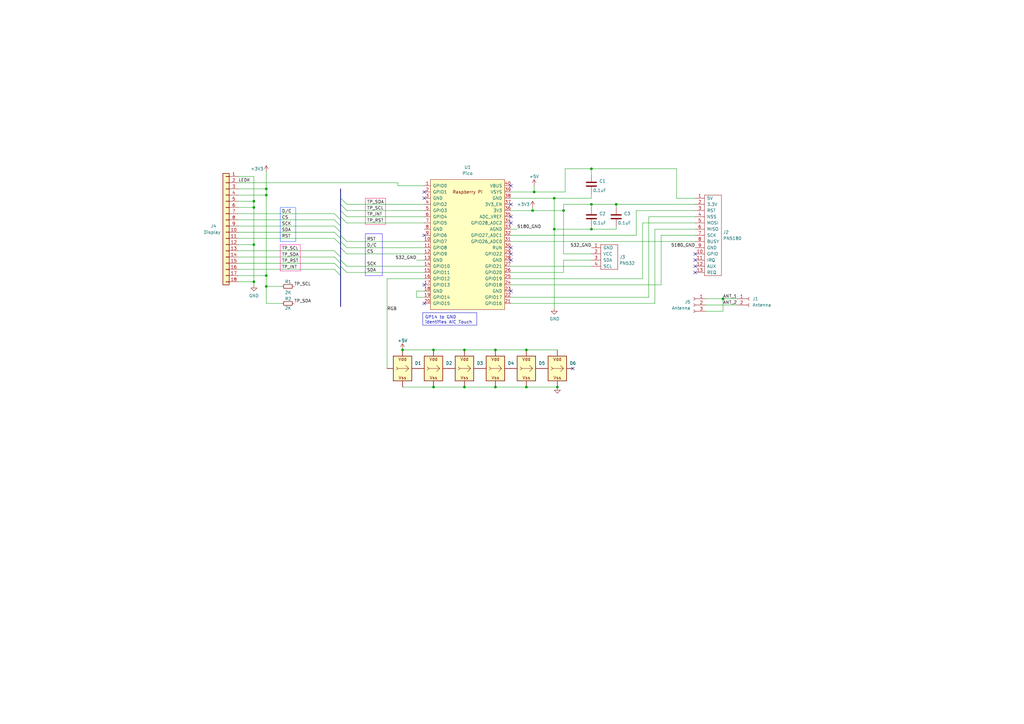
<source format=kicad_sch>
(kicad_sch
	(version 20231120)
	(generator "eeschema")
	(generator_version "8.0")
	(uuid "2e3f5573-c264-4a8b-a2f0-0e6473d39aad")
	(paper "A3")
	(lib_symbols
		(symbol "Connector:Conn_01x02_Female"
			(pin_names
				(offset 1.016) hide)
			(exclude_from_sim no)
			(in_bom yes)
			(on_board yes)
			(property "Reference" "J"
				(at 0 2.54 0)
				(effects
					(font
						(size 1.27 1.27)
					)
				)
			)
			(property "Value" "Conn_01x02_Female"
				(at 0 -5.08 0)
				(effects
					(font
						(size 1.27 1.27)
					)
				)
			)
			(property "Footprint" ""
				(at 0 0 0)
				(effects
					(font
						(size 1.27 1.27)
					)
					(hide yes)
				)
			)
			(property "Datasheet" "~"
				(at 0 0 0)
				(effects
					(font
						(size 1.27 1.27)
					)
					(hide yes)
				)
			)
			(property "Description" "Generic connector, single row, 01x02, script generated (kicad-library-utils/schlib/autogen/connector/)"
				(at 0 0 0)
				(effects
					(font
						(size 1.27 1.27)
					)
					(hide yes)
				)
			)
			(property "ki_keywords" "connector"
				(at 0 0 0)
				(effects
					(font
						(size 1.27 1.27)
					)
					(hide yes)
				)
			)
			(property "ki_fp_filters" "Connector*:*_1x??_*"
				(at 0 0 0)
				(effects
					(font
						(size 1.27 1.27)
					)
					(hide yes)
				)
			)
			(symbol "Conn_01x02_Female_1_1"
				(arc
					(start 0 -2.032)
					(mid -0.5058 -2.54)
					(end 0 -3.048)
					(stroke
						(width 0.1524)
						(type default)
					)
					(fill
						(type none)
					)
				)
				(polyline
					(pts
						(xy -1.27 -2.54) (xy -0.508 -2.54)
					)
					(stroke
						(width 0.1524)
						(type default)
					)
					(fill
						(type none)
					)
				)
				(polyline
					(pts
						(xy -1.27 0) (xy -0.508 0)
					)
					(stroke
						(width 0.1524)
						(type default)
					)
					(fill
						(type none)
					)
				)
				(arc
					(start 0 0.508)
					(mid -0.5058 0)
					(end 0 -0.508)
					(stroke
						(width 0.1524)
						(type default)
					)
					(fill
						(type none)
					)
				)
				(pin passive line
					(at -5.08 0 0)
					(length 3.81)
					(name "Pin_1"
						(effects
							(font
								(size 1.27 1.27)
							)
						)
					)
					(number "1"
						(effects
							(font
								(size 1.27 1.27)
							)
						)
					)
				)
				(pin passive line
					(at -5.08 -2.54 0)
					(length 3.81)
					(name "Pin_2"
						(effects
							(font
								(size 1.27 1.27)
							)
						)
					)
					(number "2"
						(effects
							(font
								(size 1.27 1.27)
							)
						)
					)
				)
			)
		)
		(symbol "Connector:Conn_01x03_Socket"
			(pin_names
				(offset 1.016) hide)
			(exclude_from_sim no)
			(in_bom yes)
			(on_board yes)
			(property "Reference" "J"
				(at 0 5.08 0)
				(effects
					(font
						(size 1.27 1.27)
					)
				)
			)
			(property "Value" "Conn_01x03_Socket"
				(at 0 -5.08 0)
				(effects
					(font
						(size 1.27 1.27)
					)
				)
			)
			(property "Footprint" ""
				(at 0 0 0)
				(effects
					(font
						(size 1.27 1.27)
					)
					(hide yes)
				)
			)
			(property "Datasheet" "~"
				(at 0 0 0)
				(effects
					(font
						(size 1.27 1.27)
					)
					(hide yes)
				)
			)
			(property "Description" "Generic connector, single row, 01x03, script generated"
				(at 0 0 0)
				(effects
					(font
						(size 1.27 1.27)
					)
					(hide yes)
				)
			)
			(property "ki_locked" ""
				(at 0 0 0)
				(effects
					(font
						(size 1.27 1.27)
					)
				)
			)
			(property "ki_keywords" "connector"
				(at 0 0 0)
				(effects
					(font
						(size 1.27 1.27)
					)
					(hide yes)
				)
			)
			(property "ki_fp_filters" "Connector*:*_1x??_*"
				(at 0 0 0)
				(effects
					(font
						(size 1.27 1.27)
					)
					(hide yes)
				)
			)
			(symbol "Conn_01x03_Socket_1_1"
				(arc
					(start 0 -2.032)
					(mid -0.5058 -2.54)
					(end 0 -3.048)
					(stroke
						(width 0.1524)
						(type default)
					)
					(fill
						(type none)
					)
				)
				(polyline
					(pts
						(xy -1.27 -2.54) (xy -0.508 -2.54)
					)
					(stroke
						(width 0.1524)
						(type default)
					)
					(fill
						(type none)
					)
				)
				(polyline
					(pts
						(xy -1.27 0) (xy -0.508 0)
					)
					(stroke
						(width 0.1524)
						(type default)
					)
					(fill
						(type none)
					)
				)
				(polyline
					(pts
						(xy -1.27 2.54) (xy -0.508 2.54)
					)
					(stroke
						(width 0.1524)
						(type default)
					)
					(fill
						(type none)
					)
				)
				(arc
					(start 0 0.508)
					(mid -0.5058 0)
					(end 0 -0.508)
					(stroke
						(width 0.1524)
						(type default)
					)
					(fill
						(type none)
					)
				)
				(arc
					(start 0 3.048)
					(mid -0.5058 2.54)
					(end 0 2.032)
					(stroke
						(width 0.1524)
						(type default)
					)
					(fill
						(type none)
					)
				)
				(pin passive line
					(at -5.08 2.54 0)
					(length 3.81)
					(name "Pin_1"
						(effects
							(font
								(size 1.27 1.27)
							)
						)
					)
					(number "1"
						(effects
							(font
								(size 1.27 1.27)
							)
						)
					)
				)
				(pin passive line
					(at -5.08 0 0)
					(length 3.81)
					(name "Pin_2"
						(effects
							(font
								(size 1.27 1.27)
							)
						)
					)
					(number "2"
						(effects
							(font
								(size 1.27 1.27)
							)
						)
					)
				)
				(pin passive line
					(at -5.08 -2.54 0)
					(length 3.81)
					(name "Pin_3"
						(effects
							(font
								(size 1.27 1.27)
							)
						)
					)
					(number "3"
						(effects
							(font
								(size 1.27 1.27)
							)
						)
					)
				)
			)
		)
		(symbol "Connector_Generic:Conn_01x18"
			(pin_names
				(offset 1.016) hide)
			(exclude_from_sim no)
			(in_bom yes)
			(on_board yes)
			(property "Reference" "J"
				(at 0 22.86 0)
				(effects
					(font
						(size 1.27 1.27)
					)
				)
			)
			(property "Value" "Conn_01x18"
				(at 0 -25.4 0)
				(effects
					(font
						(size 1.27 1.27)
					)
				)
			)
			(property "Footprint" ""
				(at 0 0 0)
				(effects
					(font
						(size 1.27 1.27)
					)
					(hide yes)
				)
			)
			(property "Datasheet" "~"
				(at 0 0 0)
				(effects
					(font
						(size 1.27 1.27)
					)
					(hide yes)
				)
			)
			(property "Description" "Generic connector, single row, 01x18, script generated (kicad-library-utils/schlib/autogen/connector/)"
				(at 0 0 0)
				(effects
					(font
						(size 1.27 1.27)
					)
					(hide yes)
				)
			)
			(property "ki_keywords" "connector"
				(at 0 0 0)
				(effects
					(font
						(size 1.27 1.27)
					)
					(hide yes)
				)
			)
			(property "ki_fp_filters" "Connector*:*_1x??_*"
				(at 0 0 0)
				(effects
					(font
						(size 1.27 1.27)
					)
					(hide yes)
				)
			)
			(symbol "Conn_01x18_1_1"
				(rectangle
					(start -1.27 -22.733)
					(end 0 -22.987)
					(stroke
						(width 0.1524)
						(type default)
					)
					(fill
						(type none)
					)
				)
				(rectangle
					(start -1.27 -20.193)
					(end 0 -20.447)
					(stroke
						(width 0.1524)
						(type default)
					)
					(fill
						(type none)
					)
				)
				(rectangle
					(start -1.27 -17.653)
					(end 0 -17.907)
					(stroke
						(width 0.1524)
						(type default)
					)
					(fill
						(type none)
					)
				)
				(rectangle
					(start -1.27 -15.113)
					(end 0 -15.367)
					(stroke
						(width 0.1524)
						(type default)
					)
					(fill
						(type none)
					)
				)
				(rectangle
					(start -1.27 -12.573)
					(end 0 -12.827)
					(stroke
						(width 0.1524)
						(type default)
					)
					(fill
						(type none)
					)
				)
				(rectangle
					(start -1.27 -10.033)
					(end 0 -10.287)
					(stroke
						(width 0.1524)
						(type default)
					)
					(fill
						(type none)
					)
				)
				(rectangle
					(start -1.27 -7.493)
					(end 0 -7.747)
					(stroke
						(width 0.1524)
						(type default)
					)
					(fill
						(type none)
					)
				)
				(rectangle
					(start -1.27 -4.953)
					(end 0 -5.207)
					(stroke
						(width 0.1524)
						(type default)
					)
					(fill
						(type none)
					)
				)
				(rectangle
					(start -1.27 -2.413)
					(end 0 -2.667)
					(stroke
						(width 0.1524)
						(type default)
					)
					(fill
						(type none)
					)
				)
				(rectangle
					(start -1.27 0.127)
					(end 0 -0.127)
					(stroke
						(width 0.1524)
						(type default)
					)
					(fill
						(type none)
					)
				)
				(rectangle
					(start -1.27 2.667)
					(end 0 2.413)
					(stroke
						(width 0.1524)
						(type default)
					)
					(fill
						(type none)
					)
				)
				(rectangle
					(start -1.27 5.207)
					(end 0 4.953)
					(stroke
						(width 0.1524)
						(type default)
					)
					(fill
						(type none)
					)
				)
				(rectangle
					(start -1.27 7.747)
					(end 0 7.493)
					(stroke
						(width 0.1524)
						(type default)
					)
					(fill
						(type none)
					)
				)
				(rectangle
					(start -1.27 10.287)
					(end 0 10.033)
					(stroke
						(width 0.1524)
						(type default)
					)
					(fill
						(type none)
					)
				)
				(rectangle
					(start -1.27 12.827)
					(end 0 12.573)
					(stroke
						(width 0.1524)
						(type default)
					)
					(fill
						(type none)
					)
				)
				(rectangle
					(start -1.27 15.367)
					(end 0 15.113)
					(stroke
						(width 0.1524)
						(type default)
					)
					(fill
						(type none)
					)
				)
				(rectangle
					(start -1.27 17.907)
					(end 0 17.653)
					(stroke
						(width 0.1524)
						(type default)
					)
					(fill
						(type none)
					)
				)
				(rectangle
					(start -1.27 20.447)
					(end 0 20.193)
					(stroke
						(width 0.1524)
						(type default)
					)
					(fill
						(type none)
					)
				)
				(rectangle
					(start -1.27 21.59)
					(end 1.27 -24.13)
					(stroke
						(width 0.254)
						(type default)
					)
					(fill
						(type background)
					)
				)
				(pin passive line
					(at -5.08 20.32 0)
					(length 3.81)
					(name "Pin_1"
						(effects
							(font
								(size 1.27 1.27)
							)
						)
					)
					(number "1"
						(effects
							(font
								(size 1.27 1.27)
							)
						)
					)
				)
				(pin passive line
					(at -5.08 -2.54 0)
					(length 3.81)
					(name "Pin_10"
						(effects
							(font
								(size 1.27 1.27)
							)
						)
					)
					(number "10"
						(effects
							(font
								(size 1.27 1.27)
							)
						)
					)
				)
				(pin passive line
					(at -5.08 -5.08 0)
					(length 3.81)
					(name "Pin_11"
						(effects
							(font
								(size 1.27 1.27)
							)
						)
					)
					(number "11"
						(effects
							(font
								(size 1.27 1.27)
							)
						)
					)
				)
				(pin passive line
					(at -5.08 -7.62 0)
					(length 3.81)
					(name "Pin_12"
						(effects
							(font
								(size 1.27 1.27)
							)
						)
					)
					(number "12"
						(effects
							(font
								(size 1.27 1.27)
							)
						)
					)
				)
				(pin passive line
					(at -5.08 -10.16 0)
					(length 3.81)
					(name "Pin_13"
						(effects
							(font
								(size 1.27 1.27)
							)
						)
					)
					(number "13"
						(effects
							(font
								(size 1.27 1.27)
							)
						)
					)
				)
				(pin passive line
					(at -5.08 -12.7 0)
					(length 3.81)
					(name "Pin_14"
						(effects
							(font
								(size 1.27 1.27)
							)
						)
					)
					(number "14"
						(effects
							(font
								(size 1.27 1.27)
							)
						)
					)
				)
				(pin passive line
					(at -5.08 -15.24 0)
					(length 3.81)
					(name "Pin_15"
						(effects
							(font
								(size 1.27 1.27)
							)
						)
					)
					(number "15"
						(effects
							(font
								(size 1.27 1.27)
							)
						)
					)
				)
				(pin passive line
					(at -5.08 -17.78 0)
					(length 3.81)
					(name "Pin_16"
						(effects
							(font
								(size 1.27 1.27)
							)
						)
					)
					(number "16"
						(effects
							(font
								(size 1.27 1.27)
							)
						)
					)
				)
				(pin passive line
					(at -5.08 -20.32 0)
					(length 3.81)
					(name "Pin_17"
						(effects
							(font
								(size 1.27 1.27)
							)
						)
					)
					(number "17"
						(effects
							(font
								(size 1.27 1.27)
							)
						)
					)
				)
				(pin passive line
					(at -5.08 -22.86 0)
					(length 3.81)
					(name "Pin_18"
						(effects
							(font
								(size 1.27 1.27)
							)
						)
					)
					(number "18"
						(effects
							(font
								(size 1.27 1.27)
							)
						)
					)
				)
				(pin passive line
					(at -5.08 17.78 0)
					(length 3.81)
					(name "Pin_2"
						(effects
							(font
								(size 1.27 1.27)
							)
						)
					)
					(number "2"
						(effects
							(font
								(size 1.27 1.27)
							)
						)
					)
				)
				(pin passive line
					(at -5.08 15.24 0)
					(length 3.81)
					(name "Pin_3"
						(effects
							(font
								(size 1.27 1.27)
							)
						)
					)
					(number "3"
						(effects
							(font
								(size 1.27 1.27)
							)
						)
					)
				)
				(pin passive line
					(at -5.08 12.7 0)
					(length 3.81)
					(name "Pin_4"
						(effects
							(font
								(size 1.27 1.27)
							)
						)
					)
					(number "4"
						(effects
							(font
								(size 1.27 1.27)
							)
						)
					)
				)
				(pin passive line
					(at -5.08 10.16 0)
					(length 3.81)
					(name "Pin_5"
						(effects
							(font
								(size 1.27 1.27)
							)
						)
					)
					(number "5"
						(effects
							(font
								(size 1.27 1.27)
							)
						)
					)
				)
				(pin passive line
					(at -5.08 7.62 0)
					(length 3.81)
					(name "Pin_6"
						(effects
							(font
								(size 1.27 1.27)
							)
						)
					)
					(number "6"
						(effects
							(font
								(size 1.27 1.27)
							)
						)
					)
				)
				(pin passive line
					(at -5.08 5.08 0)
					(length 3.81)
					(name "Pin_7"
						(effects
							(font
								(size 1.27 1.27)
							)
						)
					)
					(number "7"
						(effects
							(font
								(size 1.27 1.27)
							)
						)
					)
				)
				(pin passive line
					(at -5.08 2.54 0)
					(length 3.81)
					(name "Pin_8"
						(effects
							(font
								(size 1.27 1.27)
							)
						)
					)
					(number "8"
						(effects
							(font
								(size 1.27 1.27)
							)
						)
					)
				)
				(pin passive line
					(at -5.08 0 0)
					(length 3.81)
					(name "Pin_9"
						(effects
							(font
								(size 1.27 1.27)
							)
						)
					)
					(number "9"
						(effects
							(font
								(size 1.27 1.27)
							)
						)
					)
				)
			)
		)
		(symbol "Device:C"
			(pin_numbers hide)
			(pin_names
				(offset 0.254)
			)
			(exclude_from_sim no)
			(in_bom yes)
			(on_board yes)
			(property "Reference" "C"
				(at 0.635 2.54 0)
				(effects
					(font
						(size 1.27 1.27)
					)
					(justify left)
				)
			)
			(property "Value" "C"
				(at 0.635 -2.54 0)
				(effects
					(font
						(size 1.27 1.27)
					)
					(justify left)
				)
			)
			(property "Footprint" ""
				(at 0.9652 -3.81 0)
				(effects
					(font
						(size 1.27 1.27)
					)
					(hide yes)
				)
			)
			(property "Datasheet" "~"
				(at 0 0 0)
				(effects
					(font
						(size 1.27 1.27)
					)
					(hide yes)
				)
			)
			(property "Description" "Unpolarized capacitor"
				(at 0 0 0)
				(effects
					(font
						(size 1.27 1.27)
					)
					(hide yes)
				)
			)
			(property "ki_keywords" "cap capacitor"
				(at 0 0 0)
				(effects
					(font
						(size 1.27 1.27)
					)
					(hide yes)
				)
			)
			(property "ki_fp_filters" "C_*"
				(at 0 0 0)
				(effects
					(font
						(size 1.27 1.27)
					)
					(hide yes)
				)
			)
			(symbol "C_0_1"
				(polyline
					(pts
						(xy -2.032 -0.762) (xy 2.032 -0.762)
					)
					(stroke
						(width 0.508)
						(type default)
					)
					(fill
						(type none)
					)
				)
				(polyline
					(pts
						(xy -2.032 0.762) (xy 2.032 0.762)
					)
					(stroke
						(width 0.508)
						(type default)
					)
					(fill
						(type none)
					)
				)
			)
			(symbol "C_1_1"
				(pin passive line
					(at 0 3.81 270)
					(length 2.794)
					(name "~"
						(effects
							(font
								(size 1.27 1.27)
							)
						)
					)
					(number "1"
						(effects
							(font
								(size 1.27 1.27)
							)
						)
					)
				)
				(pin passive line
					(at 0 -3.81 90)
					(length 2.794)
					(name "~"
						(effects
							(font
								(size 1.27 1.27)
							)
						)
					)
					(number "2"
						(effects
							(font
								(size 1.27 1.27)
							)
						)
					)
				)
			)
		)
		(symbol "Device:R_Small"
			(pin_numbers hide)
			(pin_names
				(offset 0.254) hide)
			(exclude_from_sim no)
			(in_bom yes)
			(on_board yes)
			(property "Reference" "R"
				(at 0.762 0.508 0)
				(effects
					(font
						(size 1.27 1.27)
					)
					(justify left)
				)
			)
			(property "Value" "R_Small"
				(at 0.762 -1.016 0)
				(effects
					(font
						(size 1.27 1.27)
					)
					(justify left)
				)
			)
			(property "Footprint" ""
				(at 0 0 0)
				(effects
					(font
						(size 1.27 1.27)
					)
					(hide yes)
				)
			)
			(property "Datasheet" "~"
				(at 0 0 0)
				(effects
					(font
						(size 1.27 1.27)
					)
					(hide yes)
				)
			)
			(property "Description" "Resistor, small symbol"
				(at 0 0 0)
				(effects
					(font
						(size 1.27 1.27)
					)
					(hide yes)
				)
			)
			(property "ki_keywords" "R resistor"
				(at 0 0 0)
				(effects
					(font
						(size 1.27 1.27)
					)
					(hide yes)
				)
			)
			(property "ki_fp_filters" "R_*"
				(at 0 0 0)
				(effects
					(font
						(size 1.27 1.27)
					)
					(hide yes)
				)
			)
			(symbol "R_Small_0_1"
				(rectangle
					(start -0.762 1.778)
					(end 0.762 -1.778)
					(stroke
						(width 0.2032)
						(type default)
					)
					(fill
						(type none)
					)
				)
			)
			(symbol "R_Small_1_1"
				(pin passive line
					(at 0 2.54 270)
					(length 0.762)
					(name "~"
						(effects
							(font
								(size 1.27 1.27)
							)
						)
					)
					(number "1"
						(effects
							(font
								(size 1.27 1.27)
							)
						)
					)
				)
				(pin passive line
					(at 0 -2.54 90)
					(length 0.762)
					(name "~"
						(effects
							(font
								(size 1.27 1.27)
							)
						)
					)
					(number "2"
						(effects
							(font
								(size 1.27 1.27)
							)
						)
					)
				)
			)
		)
		(symbol "aic_pico:PN5180"
			(pin_names
				(offset 1.016)
			)
			(exclude_from_sim no)
			(in_bom yes)
			(on_board yes)
			(property "Reference" "J"
				(at 0 17.78 0)
				(effects
					(font
						(size 1.27 1.27)
					)
				)
			)
			(property "Value" "PN5180"
				(at 0 -18.415 0)
				(effects
					(font
						(size 1.27 1.27)
					)
				)
			)
			(property "Footprint" "aic_pico:pn5180_conn"
				(at 0 -17.145 0)
				(effects
					(font
						(size 1.27 1.27)
					)
					(hide yes)
				)
			)
			(property "Datasheet" ""
				(at 0 0 0)
				(effects
					(font
						(size 1.27 1.27)
					)
					(hide yes)
				)
			)
			(property "Description" "Generic connector, single row, 01x13, script generated"
				(at 0 0 0)
				(effects
					(font
						(size 1.27 1.27)
					)
					(hide yes)
				)
			)
			(property "ki_keywords" "connector"
				(at 0 0 0)
				(effects
					(font
						(size 1.27 1.27)
					)
					(hide yes)
				)
			)
			(property "ki_fp_filters" "Connector*:*_1x??_*"
				(at 0 0 0)
				(effects
					(font
						(size 1.27 1.27)
					)
					(hide yes)
				)
			)
			(symbol "PN5180_1_1"
				(rectangle
					(start -1.27 16.51)
					(end 5.715 -16.51)
					(stroke
						(width 0)
						(type default)
					)
					(fill
						(type none)
					)
				)
				(pin power_in line
					(at -5.08 15.24 0)
					(length 3.81)
					(name "5V"
						(effects
							(font
								(size 1.27 1.27)
							)
						)
					)
					(number "1"
						(effects
							(font
								(size 1.27 1.27)
							)
						)
					)
				)
				(pin bidirectional line
					(at -5.08 -7.62 0)
					(length 3.81)
					(name "GPIO"
						(effects
							(font
								(size 1.27 1.27)
							)
						)
					)
					(number "10"
						(effects
							(font
								(size 1.27 1.27)
							)
						)
					)
				)
				(pin output line
					(at -5.08 -10.16 0)
					(length 3.81)
					(name "IRQ"
						(effects
							(font
								(size 1.27 1.27)
							)
						)
					)
					(number "11"
						(effects
							(font
								(size 1.27 1.27)
							)
						)
					)
				)
				(pin bidirectional line
					(at -5.08 -12.7 0)
					(length 3.81)
					(name "AUX"
						(effects
							(font
								(size 1.27 1.27)
							)
						)
					)
					(number "12"
						(effects
							(font
								(size 1.27 1.27)
							)
						)
					)
				)
				(pin bidirectional line
					(at -5.08 -15.24 0)
					(length 3.81)
					(name "REQ"
						(effects
							(font
								(size 1.27 1.27)
							)
						)
					)
					(number "13"
						(effects
							(font
								(size 1.27 1.27)
							)
						)
					)
				)
				(pin power_in line
					(at -5.08 12.7 0)
					(length 3.81)
					(name "3.3V"
						(effects
							(font
								(size 1.27 1.27)
							)
						)
					)
					(number "2"
						(effects
							(font
								(size 1.27 1.27)
							)
						)
					)
				)
				(pin input line
					(at -5.08 10.16 0)
					(length 3.81)
					(name "RST"
						(effects
							(font
								(size 1.27 1.27)
							)
						)
					)
					(number "3"
						(effects
							(font
								(size 1.27 1.27)
							)
						)
					)
				)
				(pin input line
					(at -5.08 7.62 0)
					(length 3.81)
					(name "NSS"
						(effects
							(font
								(size 1.27 1.27)
							)
						)
					)
					(number "4"
						(effects
							(font
								(size 1.27 1.27)
							)
						)
					)
				)
				(pin input line
					(at -5.08 5.08 0)
					(length 3.81)
					(name "MOSI"
						(effects
							(font
								(size 1.27 1.27)
							)
						)
					)
					(number "5"
						(effects
							(font
								(size 1.27 1.27)
							)
						)
					)
				)
				(pin output line
					(at -5.08 2.54 0)
					(length 3.81)
					(name "MISO"
						(effects
							(font
								(size 1.27 1.27)
							)
						)
					)
					(number "6"
						(effects
							(font
								(size 1.27 1.27)
							)
						)
					)
				)
				(pin input line
					(at -5.08 0 0)
					(length 3.81)
					(name "SCK"
						(effects
							(font
								(size 1.27 1.27)
							)
						)
					)
					(number "7"
						(effects
							(font
								(size 1.27 1.27)
							)
						)
					)
				)
				(pin output line
					(at -5.08 -2.54 0)
					(length 3.81)
					(name "BUSY"
						(effects
							(font
								(size 1.27 1.27)
							)
						)
					)
					(number "8"
						(effects
							(font
								(size 1.27 1.27)
							)
						)
					)
				)
				(pin power_in line
					(at -5.08 -5.08 0)
					(length 3.81)
					(name "GND"
						(effects
							(font
								(size 1.27 1.27)
							)
						)
					)
					(number "9"
						(effects
							(font
								(size 1.27 1.27)
							)
						)
					)
				)
			)
		)
		(symbol "aic_pico:PN532"
			(pin_names
				(offset 1.016)
			)
			(exclude_from_sim no)
			(in_bom yes)
			(on_board yes)
			(property "Reference" "J"
				(at -1.27 6.35 0)
				(effects
					(font
						(size 1.27 1.27)
					)
				)
			)
			(property "Value" "PN532"
				(at 1.27 -6.985 0)
				(effects
					(font
						(size 1.27 1.27)
					)
				)
			)
			(property "Footprint" "aic_pico:pn532_conn"
				(at -0.635 -7.62 0)
				(effects
					(font
						(size 1.27 1.27)
					)
					(hide yes)
				)
			)
			(property "Datasheet" ""
				(at 0 0 0)
				(effects
					(font
						(size 1.27 1.27)
					)
					(hide yes)
				)
			)
			(property "Description" "Generic connector, single row, 01x13, script generated"
				(at 0 0 0)
				(effects
					(font
						(size 1.27 1.27)
					)
					(hide yes)
				)
			)
			(property "ki_keywords" "connector"
				(at 0 0 0)
				(effects
					(font
						(size 1.27 1.27)
					)
					(hide yes)
				)
			)
			(property "ki_fp_filters" "Connector*:*_1x??_*"
				(at 0 0 0)
				(effects
					(font
						(size 1.27 1.27)
					)
					(hide yes)
				)
			)
			(symbol "PN532_1_1"
				(rectangle
					(start -2.54 5.08)
					(end 4.445 -5.08)
					(stroke
						(width 0)
						(type default)
					)
					(fill
						(type none)
					)
				)
				(pin power_in line
					(at -6.35 3.81 0)
					(length 3.81)
					(name "GND"
						(effects
							(font
								(size 1.27 1.27)
							)
						)
					)
					(number "1"
						(effects
							(font
								(size 1.27 1.27)
							)
						)
					)
				)
				(pin power_in line
					(at -6.35 1.27 0)
					(length 3.81)
					(name "VCC"
						(effects
							(font
								(size 1.27 1.27)
							)
						)
					)
					(number "2"
						(effects
							(font
								(size 1.27 1.27)
							)
						)
					)
				)
				(pin bidirectional line
					(at -6.35 -1.27 0)
					(length 3.81)
					(name "SDA"
						(effects
							(font
								(size 1.27 1.27)
							)
						)
					)
					(number "3"
						(effects
							(font
								(size 1.27 1.27)
							)
						)
					)
				)
				(pin bidirectional line
					(at -6.35 -3.81 0)
					(length 3.81)
					(name "SCL"
						(effects
							(font
								(size 1.27 1.27)
							)
						)
					)
					(number "4"
						(effects
							(font
								(size 1.27 1.27)
							)
						)
					)
				)
			)
		)
		(symbol "aic_pico:Pico_Trim"
			(pin_names
				(offset 1.016)
			)
			(exclude_from_sim no)
			(in_bom yes)
			(on_board yes)
			(property "Reference" "U"
				(at -13.97 27.94 0)
				(effects
					(font
						(size 1.27 1.27)
					)
				)
			)
			(property "Value" "Pico_Trim"
				(at 0 19.05 0)
				(effects
					(font
						(size 1.27 1.27)
					)
				)
			)
			(property "Footprint" "aic_pico:RPi_Pico_SMD_No_USB"
				(at 0 0 90)
				(effects
					(font
						(size 1.27 1.27)
					)
					(hide yes)
				)
			)
			(property "Datasheet" ""
				(at 0 0 0)
				(effects
					(font
						(size 1.27 1.27)
					)
					(hide yes)
				)
			)
			(property "Description" ""
				(at 0 0 0)
				(effects
					(font
						(size 1.27 1.27)
					)
					(hide yes)
				)
			)
			(symbol "Pico_Trim_0_0"
				(text "Raspberry Pi"
					(at 0 21.59 0)
					(effects
						(font
							(size 1.27 1.27)
						)
					)
				)
			)
			(symbol "Pico_Trim_0_1"
				(rectangle
					(start -15.24 26.67)
					(end 15.24 -26.67)
					(stroke
						(width 0)
						(type default)
					)
					(fill
						(type background)
					)
				)
			)
			(symbol "Pico_Trim_1_1"
				(pin bidirectional line
					(at -17.78 24.13 0)
					(length 2.54)
					(name "GPIO0"
						(effects
							(font
								(size 1.27 1.27)
							)
						)
					)
					(number "1"
						(effects
							(font
								(size 1.27 1.27)
							)
						)
					)
				)
				(pin bidirectional line
					(at -17.78 1.27 0)
					(length 2.54)
					(name "GPIO7"
						(effects
							(font
								(size 1.27 1.27)
							)
						)
					)
					(number "10"
						(effects
							(font
								(size 1.27 1.27)
							)
						)
					)
				)
				(pin bidirectional line
					(at -17.78 -1.27 0)
					(length 2.54)
					(name "GPIO8"
						(effects
							(font
								(size 1.27 1.27)
							)
						)
					)
					(number "11"
						(effects
							(font
								(size 1.27 1.27)
							)
						)
					)
				)
				(pin bidirectional line
					(at -17.78 -3.81 0)
					(length 2.54)
					(name "GPIO9"
						(effects
							(font
								(size 1.27 1.27)
							)
						)
					)
					(number "12"
						(effects
							(font
								(size 1.27 1.27)
							)
						)
					)
				)
				(pin power_in line
					(at -17.78 -6.35 0)
					(length 2.54)
					(name "GND"
						(effects
							(font
								(size 1.27 1.27)
							)
						)
					)
					(number "13"
						(effects
							(font
								(size 1.27 1.27)
							)
						)
					)
				)
				(pin bidirectional line
					(at -17.78 -8.89 0)
					(length 2.54)
					(name "GPIO10"
						(effects
							(font
								(size 1.27 1.27)
							)
						)
					)
					(number "14"
						(effects
							(font
								(size 1.27 1.27)
							)
						)
					)
				)
				(pin bidirectional line
					(at -17.78 -11.43 0)
					(length 2.54)
					(name "GPIO11"
						(effects
							(font
								(size 1.27 1.27)
							)
						)
					)
					(number "15"
						(effects
							(font
								(size 1.27 1.27)
							)
						)
					)
				)
				(pin bidirectional line
					(at -17.78 -13.97 0)
					(length 2.54)
					(name "GPIO12"
						(effects
							(font
								(size 1.27 1.27)
							)
						)
					)
					(number "16"
						(effects
							(font
								(size 1.27 1.27)
							)
						)
					)
				)
				(pin bidirectional line
					(at -17.78 -16.51 0)
					(length 2.54)
					(name "GPIO13"
						(effects
							(font
								(size 1.27 1.27)
							)
						)
					)
					(number "17"
						(effects
							(font
								(size 1.27 1.27)
							)
						)
					)
				)
				(pin power_in line
					(at -17.78 -19.05 0)
					(length 2.54)
					(name "GND"
						(effects
							(font
								(size 1.27 1.27)
							)
						)
					)
					(number "18"
						(effects
							(font
								(size 1.27 1.27)
							)
						)
					)
				)
				(pin bidirectional line
					(at -17.78 -21.59 0)
					(length 2.54)
					(name "GPIO14"
						(effects
							(font
								(size 1.27 1.27)
							)
						)
					)
					(number "19"
						(effects
							(font
								(size 1.27 1.27)
							)
						)
					)
				)
				(pin bidirectional line
					(at -17.78 21.59 0)
					(length 2.54)
					(name "GPIO1"
						(effects
							(font
								(size 1.27 1.27)
							)
						)
					)
					(number "2"
						(effects
							(font
								(size 1.27 1.27)
							)
						)
					)
				)
				(pin bidirectional line
					(at -17.78 -24.13 0)
					(length 2.54)
					(name "GPIO15"
						(effects
							(font
								(size 1.27 1.27)
							)
						)
					)
					(number "20"
						(effects
							(font
								(size 1.27 1.27)
							)
						)
					)
				)
				(pin bidirectional line
					(at 17.78 -24.13 180)
					(length 2.54)
					(name "GPIO16"
						(effects
							(font
								(size 1.27 1.27)
							)
						)
					)
					(number "21"
						(effects
							(font
								(size 1.27 1.27)
							)
						)
					)
				)
				(pin bidirectional line
					(at 17.78 -21.59 180)
					(length 2.54)
					(name "GPIO17"
						(effects
							(font
								(size 1.27 1.27)
							)
						)
					)
					(number "22"
						(effects
							(font
								(size 1.27 1.27)
							)
						)
					)
				)
				(pin power_in line
					(at 17.78 -19.05 180)
					(length 2.54)
					(name "GND"
						(effects
							(font
								(size 1.27 1.27)
							)
						)
					)
					(number "23"
						(effects
							(font
								(size 1.27 1.27)
							)
						)
					)
				)
				(pin bidirectional line
					(at 17.78 -16.51 180)
					(length 2.54)
					(name "GPIO18"
						(effects
							(font
								(size 1.27 1.27)
							)
						)
					)
					(number "24"
						(effects
							(font
								(size 1.27 1.27)
							)
						)
					)
				)
				(pin bidirectional line
					(at 17.78 -13.97 180)
					(length 2.54)
					(name "GPIO19"
						(effects
							(font
								(size 1.27 1.27)
							)
						)
					)
					(number "25"
						(effects
							(font
								(size 1.27 1.27)
							)
						)
					)
				)
				(pin bidirectional line
					(at 17.78 -11.43 180)
					(length 2.54)
					(name "GPIO20"
						(effects
							(font
								(size 1.27 1.27)
							)
						)
					)
					(number "26"
						(effects
							(font
								(size 1.27 1.27)
							)
						)
					)
				)
				(pin bidirectional line
					(at 17.78 -8.89 180)
					(length 2.54)
					(name "GPIO21"
						(effects
							(font
								(size 1.27 1.27)
							)
						)
					)
					(number "27"
						(effects
							(font
								(size 1.27 1.27)
							)
						)
					)
				)
				(pin power_in line
					(at 17.78 -6.35 180)
					(length 2.54)
					(name "GND"
						(effects
							(font
								(size 1.27 1.27)
							)
						)
					)
					(number "28"
						(effects
							(font
								(size 1.27 1.27)
							)
						)
					)
				)
				(pin bidirectional line
					(at 17.78 -3.81 180)
					(length 2.54)
					(name "GPIO22"
						(effects
							(font
								(size 1.27 1.27)
							)
						)
					)
					(number "29"
						(effects
							(font
								(size 1.27 1.27)
							)
						)
					)
				)
				(pin power_in line
					(at -17.78 19.05 0)
					(length 2.54)
					(name "GND"
						(effects
							(font
								(size 1.27 1.27)
							)
						)
					)
					(number "3"
						(effects
							(font
								(size 1.27 1.27)
							)
						)
					)
				)
				(pin input line
					(at 17.78 -1.27 180)
					(length 2.54)
					(name "RUN"
						(effects
							(font
								(size 1.27 1.27)
							)
						)
					)
					(number "30"
						(effects
							(font
								(size 1.27 1.27)
							)
						)
					)
				)
				(pin bidirectional line
					(at 17.78 1.27 180)
					(length 2.54)
					(name "GPIO26_ADC0"
						(effects
							(font
								(size 1.27 1.27)
							)
						)
					)
					(number "31"
						(effects
							(font
								(size 1.27 1.27)
							)
						)
					)
				)
				(pin bidirectional line
					(at 17.78 3.81 180)
					(length 2.54)
					(name "GPIO27_ADC1"
						(effects
							(font
								(size 1.27 1.27)
							)
						)
					)
					(number "32"
						(effects
							(font
								(size 1.27 1.27)
							)
						)
					)
				)
				(pin power_in line
					(at 17.78 6.35 180)
					(length 2.54)
					(name "AGND"
						(effects
							(font
								(size 1.27 1.27)
							)
						)
					)
					(number "33"
						(effects
							(font
								(size 1.27 1.27)
							)
						)
					)
				)
				(pin bidirectional line
					(at 17.78 8.89 180)
					(length 2.54)
					(name "GPIO28_ADC2"
						(effects
							(font
								(size 1.27 1.27)
							)
						)
					)
					(number "34"
						(effects
							(font
								(size 1.27 1.27)
							)
						)
					)
				)
				(pin unspecified line
					(at 17.78 11.43 180)
					(length 2.54)
					(name "ADC_VREF"
						(effects
							(font
								(size 1.27 1.27)
							)
						)
					)
					(number "35"
						(effects
							(font
								(size 1.27 1.27)
							)
						)
					)
				)
				(pin unspecified line
					(at 17.78 13.97 180)
					(length 2.54)
					(name "3V3"
						(effects
							(font
								(size 1.27 1.27)
							)
						)
					)
					(number "36"
						(effects
							(font
								(size 1.27 1.27)
							)
						)
					)
				)
				(pin input line
					(at 17.78 16.51 180)
					(length 2.54)
					(name "3V3_EN"
						(effects
							(font
								(size 1.27 1.27)
							)
						)
					)
					(number "37"
						(effects
							(font
								(size 1.27 1.27)
							)
						)
					)
				)
				(pin bidirectional line
					(at 17.78 19.05 180)
					(length 2.54)
					(name "GND"
						(effects
							(font
								(size 1.27 1.27)
							)
						)
					)
					(number "38"
						(effects
							(font
								(size 1.27 1.27)
							)
						)
					)
				)
				(pin unspecified line
					(at 17.78 21.59 180)
					(length 2.54)
					(name "VSYS"
						(effects
							(font
								(size 1.27 1.27)
							)
						)
					)
					(number "39"
						(effects
							(font
								(size 1.27 1.27)
							)
						)
					)
				)
				(pin bidirectional line
					(at -17.78 16.51 0)
					(length 2.54)
					(name "GPIO2"
						(effects
							(font
								(size 1.27 1.27)
							)
						)
					)
					(number "4"
						(effects
							(font
								(size 1.27 1.27)
							)
						)
					)
				)
				(pin unspecified line
					(at 17.78 24.13 180)
					(length 2.54)
					(name "VBUS"
						(effects
							(font
								(size 1.27 1.27)
							)
						)
					)
					(number "40"
						(effects
							(font
								(size 1.27 1.27)
							)
						)
					)
				)
				(pin bidirectional line
					(at -17.78 13.97 0)
					(length 2.54)
					(name "GPIO3"
						(effects
							(font
								(size 1.27 1.27)
							)
						)
					)
					(number "5"
						(effects
							(font
								(size 1.27 1.27)
							)
						)
					)
				)
				(pin bidirectional line
					(at -17.78 11.43 0)
					(length 2.54)
					(name "GPIO4"
						(effects
							(font
								(size 1.27 1.27)
							)
						)
					)
					(number "6"
						(effects
							(font
								(size 1.27 1.27)
							)
						)
					)
				)
				(pin bidirectional line
					(at -17.78 8.89 0)
					(length 2.54)
					(name "GPIO5"
						(effects
							(font
								(size 1.27 1.27)
							)
						)
					)
					(number "7"
						(effects
							(font
								(size 1.27 1.27)
							)
						)
					)
				)
				(pin power_in line
					(at -17.78 6.35 0)
					(length 2.54)
					(name "GND"
						(effects
							(font
								(size 1.27 1.27)
							)
						)
					)
					(number "8"
						(effects
							(font
								(size 1.27 1.27)
							)
						)
					)
				)
				(pin bidirectional line
					(at -17.78 3.81 0)
					(length 2.54)
					(name "GPIO6"
						(effects
							(font
								(size 1.27 1.27)
							)
						)
					)
					(number "9"
						(effects
							(font
								(size 1.27 1.27)
							)
						)
					)
				)
			)
		)
		(symbol "aic_pico:WS2812B_Unified"
			(pin_numbers hide)
			(pin_names
				(offset 0.254) hide)
			(exclude_from_sim no)
			(in_bom yes)
			(on_board yes)
			(property "Reference" "D10"
				(at 2.54 6.35 0)
				(effects
					(font
						(size 1.27 1.27)
					)
				)
			)
			(property "Value" "WS2812B_Unified"
				(at 15.24 1.7907 0)
				(effects
					(font
						(size 1.27 1.27)
					)
					(hide yes)
				)
			)
			(property "Footprint" "iidx_pico:WS2812B-2835"
				(at 1.27 -7.62 0)
				(effects
					(font
						(size 1.27 1.27)
					)
					(justify left top)
					(hide yes)
				)
			)
			(property "Datasheet" ""
				(at 2.54 -9.525 0)
				(effects
					(font
						(size 1.27 1.27)
					)
					(justify left top)
					(hide yes)
				)
			)
			(property "Description" "RGB LED with integrated controller"
				(at 0 0 0)
				(effects
					(font
						(size 1.27 1.27)
					)
					(hide yes)
				)
			)
			(property "ki_keywords" "RGB LED NeoPixel addressable"
				(at 0 0 0)
				(effects
					(font
						(size 1.27 1.27)
					)
					(hide yes)
				)
			)
			(property "ki_fp_filters" "LED*WS2812"
				(at 0 0 0)
				(effects
					(font
						(size 1.27 1.27)
					)
					(hide yes)
				)
			)
			(symbol "WS2812B_Unified_0_0"
				(polyline
					(pts
						(xy -1.905 0) (xy 2.54 0) (xy 1.27 1.27)
					)
					(stroke
						(width 0)
						(type default)
					)
					(fill
						(type none)
					)
				)
				(text "Vdd"
					(at 0 3.81 0)
					(effects
						(font
							(size 1.27 1.27)
						)
					)
				)
				(text "Vss"
					(at 0 -3.81 0)
					(effects
						(font
							(size 1.27 1.27)
						)
					)
				)
			)
			(symbol "WS2812B_Unified_0_1"
				(rectangle
					(start -3.81 5.08)
					(end 3.81 -5.08)
					(stroke
						(width 0.254)
						(type default)
					)
					(fill
						(type background)
					)
				)
				(polyline
					(pts
						(xy 1.27 -1.27) (xy 2.54 0)
					)
					(stroke
						(width 0)
						(type default)
					)
					(fill
						(type none)
					)
				)
				(polyline
					(pts
						(xy -2.54 0.635) (xy -1.905 0) (xy -2.54 -0.635)
					)
					(stroke
						(width 0)
						(type default)
					)
					(fill
						(type none)
					)
				)
			)
			(symbol "WS2812B_Unified_1_1"
				(pin power_in line
					(at 0 -7.62 90)
					(length 2.54)
					(name "VSS"
						(effects
							(font
								(size 1.27 1.27)
							)
						)
					)
					(number "G"
						(effects
							(font
								(size 1.27 1.27)
							)
						)
					)
				)
				(pin input line
					(at -6.35 0 0)
					(length 2.54)
					(name "In"
						(effects
							(font
								(size 1.27 1.27)
							)
						)
					)
					(number "I"
						(effects
							(font
								(size 1.27 1.27)
							)
						)
					)
				)
				(pin output line
					(at 6.35 0 180)
					(length 2.54)
					(name "Out"
						(effects
							(font
								(size 1.27 1.27)
							)
						)
					)
					(number "O"
						(effects
							(font
								(size 1.27 1.27)
							)
						)
					)
				)
				(pin power_in line
					(at 0 7.62 270)
					(length 2.54)
					(name "VDD"
						(effects
							(font
								(size 1.27 1.27)
							)
						)
					)
					(number "V"
						(effects
							(font
								(size 1.27 1.27)
							)
						)
					)
				)
			)
		)
		(symbol "power:+3V3"
			(power)
			(pin_names
				(offset 0)
			)
			(exclude_from_sim no)
			(in_bom yes)
			(on_board yes)
			(property "Reference" "#PWR"
				(at 0 -3.81 0)
				(effects
					(font
						(size 1.27 1.27)
					)
					(hide yes)
				)
			)
			(property "Value" "+3V3"
				(at 0 3.556 0)
				(effects
					(font
						(size 1.27 1.27)
					)
				)
			)
			(property "Footprint" ""
				(at 0 0 0)
				(effects
					(font
						(size 1.27 1.27)
					)
					(hide yes)
				)
			)
			(property "Datasheet" ""
				(at 0 0 0)
				(effects
					(font
						(size 1.27 1.27)
					)
					(hide yes)
				)
			)
			(property "Description" "Power symbol creates a global label with name \"+3V3\""
				(at 0 0 0)
				(effects
					(font
						(size 1.27 1.27)
					)
					(hide yes)
				)
			)
			(property "ki_keywords" "power-flag"
				(at 0 0 0)
				(effects
					(font
						(size 1.27 1.27)
					)
					(hide yes)
				)
			)
			(symbol "+3V3_0_1"
				(polyline
					(pts
						(xy -0.762 1.27) (xy 0 2.54)
					)
					(stroke
						(width 0)
						(type default)
					)
					(fill
						(type none)
					)
				)
				(polyline
					(pts
						(xy 0 0) (xy 0 2.54)
					)
					(stroke
						(width 0)
						(type default)
					)
					(fill
						(type none)
					)
				)
				(polyline
					(pts
						(xy 0 2.54) (xy 0.762 1.27)
					)
					(stroke
						(width 0)
						(type default)
					)
					(fill
						(type none)
					)
				)
			)
			(symbol "+3V3_1_1"
				(pin power_in line
					(at 0 0 90)
					(length 0) hide
					(name "+3V3"
						(effects
							(font
								(size 1.27 1.27)
							)
						)
					)
					(number "1"
						(effects
							(font
								(size 1.27 1.27)
							)
						)
					)
				)
			)
		)
		(symbol "power:+5V"
			(power)
			(pin_names
				(offset 0)
			)
			(exclude_from_sim no)
			(in_bom yes)
			(on_board yes)
			(property "Reference" "#PWR"
				(at 0 -3.81 0)
				(effects
					(font
						(size 1.27 1.27)
					)
					(hide yes)
				)
			)
			(property "Value" "+5V"
				(at 0 3.556 0)
				(effects
					(font
						(size 1.27 1.27)
					)
				)
			)
			(property "Footprint" ""
				(at 0 0 0)
				(effects
					(font
						(size 1.27 1.27)
					)
					(hide yes)
				)
			)
			(property "Datasheet" ""
				(at 0 0 0)
				(effects
					(font
						(size 1.27 1.27)
					)
					(hide yes)
				)
			)
			(property "Description" "Power symbol creates a global label with name \"+5V\""
				(at 0 0 0)
				(effects
					(font
						(size 1.27 1.27)
					)
					(hide yes)
				)
			)
			(property "ki_keywords" "power-flag"
				(at 0 0 0)
				(effects
					(font
						(size 1.27 1.27)
					)
					(hide yes)
				)
			)
			(symbol "+5V_0_1"
				(polyline
					(pts
						(xy -0.762 1.27) (xy 0 2.54)
					)
					(stroke
						(width 0)
						(type default)
					)
					(fill
						(type none)
					)
				)
				(polyline
					(pts
						(xy 0 0) (xy 0 2.54)
					)
					(stroke
						(width 0)
						(type default)
					)
					(fill
						(type none)
					)
				)
				(polyline
					(pts
						(xy 0 2.54) (xy 0.762 1.27)
					)
					(stroke
						(width 0)
						(type default)
					)
					(fill
						(type none)
					)
				)
			)
			(symbol "+5V_1_1"
				(pin power_in line
					(at 0 0 90)
					(length 0) hide
					(name "+5V"
						(effects
							(font
								(size 1.27 1.27)
							)
						)
					)
					(number "1"
						(effects
							(font
								(size 1.27 1.27)
							)
						)
					)
				)
			)
		)
		(symbol "power:GND"
			(power)
			(pin_names
				(offset 0)
			)
			(exclude_from_sim no)
			(in_bom yes)
			(on_board yes)
			(property "Reference" "#PWR"
				(at 0 -6.35 0)
				(effects
					(font
						(size 1.27 1.27)
					)
					(hide yes)
				)
			)
			(property "Value" "GND"
				(at 0 -3.81 0)
				(effects
					(font
						(size 1.27 1.27)
					)
				)
			)
			(property "Footprint" ""
				(at 0 0 0)
				(effects
					(font
						(size 1.27 1.27)
					)
					(hide yes)
				)
			)
			(property "Datasheet" ""
				(at 0 0 0)
				(effects
					(font
						(size 1.27 1.27)
					)
					(hide yes)
				)
			)
			(property "Description" "Power symbol creates a global label with name \"GND\" , ground"
				(at 0 0 0)
				(effects
					(font
						(size 1.27 1.27)
					)
					(hide yes)
				)
			)
			(property "ki_keywords" "power-flag"
				(at 0 0 0)
				(effects
					(font
						(size 1.27 1.27)
					)
					(hide yes)
				)
			)
			(symbol "GND_0_1"
				(polyline
					(pts
						(xy 0 0) (xy 0 -1.27) (xy 1.27 -1.27) (xy 0 -2.54) (xy -1.27 -1.27) (xy 0 -1.27)
					)
					(stroke
						(width 0)
						(type default)
					)
					(fill
						(type none)
					)
				)
			)
			(symbol "GND_1_1"
				(pin power_in line
					(at 0 0 270)
					(length 0) hide
					(name "GND"
						(effects
							(font
								(size 1.27 1.27)
							)
						)
					)
					(number "1"
						(effects
							(font
								(size 1.27 1.27)
							)
						)
					)
				)
			)
		)
	)
	(junction
		(at 252.73 83.82)
		(diameter 0)
		(color 0 0 0 0)
		(uuid "0f705086-8757-4ccd-898e-850f1e34f022")
	)
	(junction
		(at 177.8 158.75)
		(diameter 0)
		(color 0 0 0 0)
		(uuid "1535672b-00bd-4f01-b5f6-6c89487baad7")
	)
	(junction
		(at 109.22 113.03)
		(diameter 0)
		(color 0 0 0 0)
		(uuid "195819ec-fc70-4fe7-adcb-f8ead16cb200")
	)
	(junction
		(at 231.14 86.36)
		(diameter 0)
		(color 0 0 0 0)
		(uuid "1ccde71d-c9c6-4af2-b0a7-4d46955d8a7d")
	)
	(junction
		(at 215.9 143.51)
		(diameter 0)
		(color 0 0 0 0)
		(uuid "26448785-d6dc-4007-a201-81d140779ec5")
	)
	(junction
		(at 190.5 143.51)
		(diameter 0)
		(color 0 0 0 0)
		(uuid "264684aa-feba-4b81-adea-cb023c8c69d5")
	)
	(junction
		(at 190.5 158.75)
		(diameter 0)
		(color 0 0 0 0)
		(uuid "307b47b3-1ef1-480d-8c2d-2ffcb1fdcdc2")
	)
	(junction
		(at 296.545 122.555)
		(diameter 0)
		(color 0 0 0 0)
		(uuid "32faddfd-fa47-4432-a990-a5288cb25adb")
	)
	(junction
		(at 177.8 143.51)
		(diameter 0)
		(color 0 0 0 0)
		(uuid "416e621e-c1e9-4b5a-a420-6c5b2cb432b5")
	)
	(junction
		(at 203.2 158.75)
		(diameter 0)
		(color 0 0 0 0)
		(uuid "4d02e5f1-05e6-4474-a6f7-a3866e145eab")
	)
	(junction
		(at 227.33 81.28)
		(diameter 0)
		(color 0 0 0 0)
		(uuid "4da63b57-0a29-4ae2-87dd-1565ade09d3d")
	)
	(junction
		(at 242.57 93.98)
		(diameter 0)
		(color 0 0 0 0)
		(uuid "5135447d-eb65-4a4e-95ee-d08583074355")
	)
	(junction
		(at 165.1 143.51)
		(diameter 0)
		(color 0 0 0 0)
		(uuid "5a771f0e-90db-42f5-bbb7-c78542f642aa")
	)
	(junction
		(at 109.22 117.475)
		(diameter 0)
		(color 0 0 0 0)
		(uuid "60ed15fe-87cf-4c25-8377-9eeeacc7458f")
	)
	(junction
		(at 218.44 86.36)
		(diameter 0)
		(color 0 0 0 0)
		(uuid "686e90fd-231c-4609-97ac-0d21140c846a")
	)
	(junction
		(at 228.6 158.75)
		(diameter 0)
		(color 0 0 0 0)
		(uuid "716ff7f6-a7b7-4255-80ba-034d7f03f119")
	)
	(junction
		(at 104.14 85.09)
		(diameter 0)
		(color 0 0 0 0)
		(uuid "7b297fc4-2a44-4721-800e-d2fe1a3e6bd1")
	)
	(junction
		(at 104.14 115.57)
		(diameter 0)
		(color 0 0 0 0)
		(uuid "87c20c2c-07b1-4be9-9cf3-3c1c8cb84d93")
	)
	(junction
		(at 203.2 143.51)
		(diameter 0)
		(color 0 0 0 0)
		(uuid "941ccbb3-6ecf-4dfe-9a14-a585de4ff137")
	)
	(junction
		(at 215.9 158.75)
		(diameter 0)
		(color 0 0 0 0)
		(uuid "98f45ed8-3359-4049-8b8e-49336e162522")
	)
	(junction
		(at 219.075 78.74)
		(diameter 0)
		(color 0 0 0 0)
		(uuid "a4cecb75-2c58-40cb-ba5b-7f8182abf5a7")
	)
	(junction
		(at 109.22 80.01)
		(diameter 0)
		(color 0 0 0 0)
		(uuid "a6c4df32-05b0-4540-bdc1-ab4155f2b0a6")
	)
	(junction
		(at 109.22 77.47)
		(diameter 0)
		(color 0 0 0 0)
		(uuid "a711bd98-c1f5-444a-ace6-c6fb40082bd0")
	)
	(junction
		(at 104.14 100.33)
		(diameter 0)
		(color 0 0 0 0)
		(uuid "da5223dc-1c46-41af-8505-d59313de5639")
	)
	(junction
		(at 227.33 93.98)
		(diameter 0)
		(color 0 0 0 0)
		(uuid "e1fa0b69-c0b3-446c-bbcd-cdf57e1e0fac")
	)
	(junction
		(at 242.57 69.215)
		(diameter 0)
		(color 0 0 0 0)
		(uuid "e2b3a7b5-7002-46ae-a341-cbb54d2539ec")
	)
	(junction
		(at 242.57 83.82)
		(diameter 0)
		(color 0 0 0 0)
		(uuid "ebe26ef2-89f0-48db-a530-c1707503284b")
	)
	(junction
		(at 104.14 82.55)
		(diameter 0)
		(color 0 0 0 0)
		(uuid "fffe80bd-e6b2-45d8-aa4b-18edc8f20b26")
	)
	(no_connect
		(at 209.55 104.14)
		(uuid "0d4f6ee4-93b4-4df7-87ba-3de1cc105eda")
	)
	(no_connect
		(at 285.115 106.68)
		(uuid "27131769-043e-4002-a458-720fec6bd055")
	)
	(no_connect
		(at 209.55 119.38)
		(uuid "3cdaa61c-1f2e-4d4a-a876-d10a669558c7")
	)
	(no_connect
		(at 285.115 109.22)
		(uuid "40c186fe-de5d-436a-a0b6-db6698290ac0")
	)
	(no_connect
		(at 209.55 101.6)
		(uuid "490ed4ff-9da7-4951-bd46-3715875e8850")
	)
	(no_connect
		(at 209.55 83.82)
		(uuid "490ed4ff-9da7-4951-bd46-3715875e8856")
	)
	(no_connect
		(at 209.55 88.9)
		(uuid "490ed4ff-9da7-4951-bd46-3715875e8858")
	)
	(no_connect
		(at 173.99 124.46)
		(uuid "4a841462-8c86-4850-9dd9-3ab9c50d54e4")
	)
	(no_connect
		(at 209.55 91.44)
		(uuid "4fd199c4-5de5-42fd-82e8-5266094a993d")
	)
	(no_connect
		(at 209.55 106.68)
		(uuid "50e43603-93bb-416f-9947-7a49bb4ac049")
	)
	(no_connect
		(at 234.95 151.13)
		(uuid "58ffe2e7-e3e3-49cc-9161-310b712decd8")
	)
	(no_connect
		(at 173.99 81.28)
		(uuid "6bda65a4-a1d7-4c50-9a33-4aebd344462a")
	)
	(no_connect
		(at 209.55 76.2)
		(uuid "ba58ab36-f6d5-4961-a9a4-40867c047f77")
	)
	(no_connect
		(at 173.99 116.84)
		(uuid "ba715425-ee40-44ec-b5fb-279c28eb95ef")
	)
	(no_connect
		(at 285.115 104.14)
		(uuid "c7a3d5d7-f91e-4c05-bd6f-4028f4e02b41")
	)
	(no_connect
		(at 173.99 96.52)
		(uuid "d552b4cb-ac65-48fb-937f-dd5c5895fa10")
	)
	(no_connect
		(at 285.115 111.76)
		(uuid "e5f413f5-26df-4ac3-b8cf-44e3c70ef5a9")
	)
	(no_connect
		(at 173.99 78.74)
		(uuid "fa664f02-0d31-40d6-8e28-f077a0ea4a12")
	)
	(bus_entry
		(at 139.7 83.82)
		(size 2.54 2.54)
		(stroke
			(width 0)
			(type default)
		)
		(uuid "15aa62c9-7f37-47db-b719-963b36ad4851")
	)
	(bus_entry
		(at 137.16 97.79)
		(size 2.54 2.54)
		(stroke
			(width 0)
			(type default)
		)
		(uuid "1b3901c3-3c22-4830-bd33-257548326cad")
	)
	(bus_entry
		(at 137.16 95.25)
		(size 2.54 2.54)
		(stroke
			(width 0)
			(type default)
		)
		(uuid "4f24b11f-518e-4964-993c-4bc81ecc5b2a")
	)
	(bus_entry
		(at 139.7 99.06)
		(size 2.54 2.54)
		(stroke
			(width 0)
			(type default)
		)
		(uuid "5b02b06d-3b5a-4196-a822-bfedb0ff15fd")
	)
	(bus_entry
		(at 137.16 107.95)
		(size 2.54 2.54)
		(stroke
			(width 0)
			(type default)
		)
		(uuid "6cb55b1f-5389-491d-b8b9-ca6bb2ddb655")
	)
	(bus_entry
		(at 137.16 90.17)
		(size 2.54 2.54)
		(stroke
			(width 0)
			(type default)
		)
		(uuid "7126499b-2864-4d7b-8d0f-ba6a081eb2e1")
	)
	(bus_entry
		(at 139.7 101.6)
		(size 2.54 2.54)
		(stroke
			(width 0)
			(type default)
		)
		(uuid "755550d8-495e-4bef-935a-334d51a500c9")
	)
	(bus_entry
		(at 137.16 105.41)
		(size 2.54 2.54)
		(stroke
			(width 0)
			(type default)
		)
		(uuid "84b7dd88-9b3e-4b33-a31f-5790cd0c8856")
	)
	(bus_entry
		(at 137.16 102.87)
		(size 2.54 2.54)
		(stroke
			(width 0)
			(type default)
		)
		(uuid "8ad26a51-a819-44f2-8bbe-5f585cf0ca00")
	)
	(bus_entry
		(at 137.16 110.49)
		(size 2.54 2.54)
		(stroke
			(width 0)
			(type default)
		)
		(uuid "9a51478a-6a07-497f-8be9-2d4f4a7d3810")
	)
	(bus_entry
		(at 139.7 86.36)
		(size 2.54 2.54)
		(stroke
			(width 0)
			(type default)
		)
		(uuid "a3dceb6e-f8b8-4aa2-8648-ba6d6034298d")
	)
	(bus_entry
		(at 139.7 109.22)
		(size 2.54 2.54)
		(stroke
			(width 0)
			(type default)
		)
		(uuid "a4787595-b1cc-4052-b764-8658d8caf90d")
	)
	(bus_entry
		(at 139.7 96.52)
		(size 2.54 2.54)
		(stroke
			(width 0)
			(type default)
		)
		(uuid "b8b26519-5341-4c7a-8d9d-2d4869428353")
	)
	(bus_entry
		(at 139.7 106.68)
		(size 2.54 2.54)
		(stroke
			(width 0)
			(type default)
		)
		(uuid "c1a4a63e-283e-45ec-b068-8c3f96903c17")
	)
	(bus_entry
		(at 137.16 87.63)
		(size 2.54 2.54)
		(stroke
			(width 0)
			(type default)
		)
		(uuid "c36ab41b-4fda-4ed7-af35-706d99a2839f")
	)
	(bus_entry
		(at 139.7 81.28)
		(size 2.54 2.54)
		(stroke
			(width 0)
			(type default)
		)
		(uuid "f3555f71-561f-4f5b-b4e2-a6bec788b846")
	)
	(bus_entry
		(at 137.16 92.71)
		(size 2.54 2.54)
		(stroke
			(width 0)
			(type default)
		)
		(uuid "f690ffbf-d18c-4b43-bba2-8eb9d0283ccd")
	)
	(bus_entry
		(at 139.7 88.9)
		(size 2.54 2.54)
		(stroke
			(width 0)
			(type default)
		)
		(uuid "fe76c10d-8d76-4b82-8c52-d51155e8bcb7")
	)
	(wire
		(pts
			(xy 231.14 83.82) (xy 242.57 83.82)
		)
		(stroke
			(width 0)
			(type default)
		)
		(uuid "017bb6c2-a5a5-45ad-b6a8-016561f67002")
	)
	(wire
		(pts
			(xy 97.79 82.55) (xy 104.14 82.55)
		)
		(stroke
			(width 0)
			(type default)
		)
		(uuid "0300934b-cc67-4788-9bca-034c19b2cc53")
	)
	(bus
		(pts
			(xy 139.7 88.9) (xy 139.7 90.17)
		)
		(stroke
			(width 0)
			(type default)
		)
		(uuid "030c3d87-ec84-4844-868a-01b76d7f2524")
	)
	(wire
		(pts
			(xy 271.145 96.52) (xy 285.115 96.52)
		)
		(stroke
			(width 0)
			(type default)
		)
		(uuid "05318c79-b84f-4bb3-b72b-3d46db2442ae")
	)
	(wire
		(pts
			(xy 209.55 86.36) (xy 218.44 86.36)
		)
		(stroke
			(width 0)
			(type default)
		)
		(uuid "05df71de-724c-4632-8c41-7288fe19d044")
	)
	(wire
		(pts
			(xy 219.075 78.74) (xy 231.775 78.74)
		)
		(stroke
			(width 0)
			(type default)
		)
		(uuid "05e49ac0-f443-45ec-b909-456096a77c5e")
	)
	(wire
		(pts
			(xy 209.55 114.3) (xy 263.525 114.3)
		)
		(stroke
			(width 0)
			(type default)
		)
		(uuid "05ea8712-6b49-4d0e-9c87-baae3b2c0196")
	)
	(wire
		(pts
			(xy 242.57 79.375) (xy 242.57 81.28)
		)
		(stroke
			(width 0)
			(type default)
		)
		(uuid "06618423-83e3-46e3-b965-61d6144a9373")
	)
	(wire
		(pts
			(xy 142.24 83.82) (xy 173.99 83.82)
		)
		(stroke
			(width 0)
			(type default)
		)
		(uuid "0769c21f-9220-47c5-ad60-d025c9e7507c")
	)
	(wire
		(pts
			(xy 158.75 114.3) (xy 173.99 114.3)
		)
		(stroke
			(width 0)
			(type default)
		)
		(uuid "0a2f30d7-2622-402b-8054-c38fd1169533")
	)
	(bus
		(pts
			(xy 139.7 110.49) (xy 139.7 113.03)
		)
		(stroke
			(width 0)
			(type default)
		)
		(uuid "0a3e048d-082f-43f3-9e25-4e6910039208")
	)
	(wire
		(pts
			(xy 115.57 117.475) (xy 109.22 117.475)
		)
		(stroke
			(width 0)
			(type default)
		)
		(uuid "0c1efb88-5fa6-4ef6-b6fc-6640e6496c6c")
	)
	(wire
		(pts
			(xy 163.195 76.2) (xy 163.195 74.93)
		)
		(stroke
			(width 0)
			(type default)
		)
		(uuid "0c2786e7-643e-4e7c-9505-99ee221f1fe4")
	)
	(wire
		(pts
			(xy 212.09 93.98) (xy 209.55 93.98)
		)
		(stroke
			(width 0)
			(type default)
		)
		(uuid "0c9911c4-30ab-4c81-9ce7-fcbf9af9e028")
	)
	(wire
		(pts
			(xy 231.775 78.74) (xy 231.775 69.215)
		)
		(stroke
			(width 0)
			(type default)
		)
		(uuid "0fe73fe5-6380-4f98-98ae-0b4b58b26362")
	)
	(wire
		(pts
			(xy 97.79 72.39) (xy 104.14 72.39)
		)
		(stroke
			(width 0)
			(type default)
		)
		(uuid "13839a03-0118-4a78-a6c2-0f6364670272")
	)
	(bus
		(pts
			(xy 139.7 81.28) (xy 139.7 83.82)
		)
		(stroke
			(width 0)
			(type default)
		)
		(uuid "13cd0b54-99f8-4a6e-96ee-c4402d08050d")
	)
	(wire
		(pts
			(xy 165.1 158.75) (xy 177.8 158.75)
		)
		(stroke
			(width 0)
			(type default)
		)
		(uuid "1643bb34-f4be-468c-ac34-5f15764e1f05")
	)
	(wire
		(pts
			(xy 104.14 100.33) (xy 104.14 115.57)
		)
		(stroke
			(width 0)
			(type default)
		)
		(uuid "18a7757a-0536-4160-9bca-01fbae1fee4b")
	)
	(wire
		(pts
			(xy 104.14 115.57) (xy 104.14 116.84)
		)
		(stroke
			(width 0)
			(type default)
		)
		(uuid "18e9e329-8c40-47a9-ab18-59a72e394f7b")
	)
	(wire
		(pts
			(xy 142.24 104.14) (xy 173.99 104.14)
		)
		(stroke
			(width 0)
			(type default)
		)
		(uuid "18f5038c-d230-4448-b753-c90ec1d8037a")
	)
	(wire
		(pts
			(xy 227.33 81.28) (xy 227.33 93.98)
		)
		(stroke
			(width 0)
			(type default)
		)
		(uuid "1d1a95b4-7da5-48cb-ae78-f0d88b02ccc0")
	)
	(bus
		(pts
			(xy 139.7 109.22) (xy 139.7 110.49)
		)
		(stroke
			(width 0)
			(type default)
		)
		(uuid "22bb0ff5-7b97-438a-a8f6-56c92a3b95f7")
	)
	(bus
		(pts
			(xy 139.7 113.03) (xy 139.7 125.73)
		)
		(stroke
			(width 0)
			(type default)
		)
		(uuid "23395fdf-7e63-446c-86a8-18969aafaf80")
	)
	(wire
		(pts
			(xy 209.55 121.92) (xy 266.065 121.92)
		)
		(stroke
			(width 0)
			(type default)
		)
		(uuid "2339d0e9-4574-43e7-874c-cdc78f8b646c")
	)
	(wire
		(pts
			(xy 142.24 109.22) (xy 173.99 109.22)
		)
		(stroke
			(width 0)
			(type default)
		)
		(uuid "2589fbc3-c85e-495a-ba42-620f937efd8d")
	)
	(wire
		(pts
			(xy 109.22 117.475) (xy 109.22 113.03)
		)
		(stroke
			(width 0)
			(type default)
		)
		(uuid "2dfe345a-11c2-4960-bbc9-5d1308262fb1")
	)
	(wire
		(pts
			(xy 97.79 107.95) (xy 137.16 107.95)
		)
		(stroke
			(width 0)
			(type default)
		)
		(uuid "31a099db-5b08-42ea-bdbe-a33d0f883960")
	)
	(bus
		(pts
			(xy 139.7 101.6) (xy 139.7 105.41)
		)
		(stroke
			(width 0)
			(type default)
		)
		(uuid "347e883b-2758-41ae-994c-9381013f64f3")
	)
	(wire
		(pts
			(xy 227.33 81.28) (xy 242.57 81.28)
		)
		(stroke
			(width 0)
			(type default)
		)
		(uuid "363e65da-2437-45f3-ab34-dc26fb9787e8")
	)
	(bus
		(pts
			(xy 139.7 99.06) (xy 139.7 100.33)
		)
		(stroke
			(width 0)
			(type default)
		)
		(uuid "3846775d-f37c-4092-bb2a-15e95d78f463")
	)
	(wire
		(pts
			(xy 242.57 71.755) (xy 242.57 69.215)
		)
		(stroke
			(width 0)
			(type default)
		)
		(uuid "38ef8fbe-eb9d-46ca-884d-4ad71740b634")
	)
	(bus
		(pts
			(xy 139.7 83.82) (xy 139.7 86.36)
		)
		(stroke
			(width 0)
			(type default)
		)
		(uuid "3a474863-103c-405e-8e42-736f2c513b38")
	)
	(wire
		(pts
			(xy 242.57 93.98) (xy 252.73 93.98)
		)
		(stroke
			(width 0)
			(type default)
		)
		(uuid "3a95b268-e303-428c-905e-1affa58cc0a5")
	)
	(bus
		(pts
			(xy 139.7 77.47) (xy 139.7 81.28)
		)
		(stroke
			(width 0)
			(type default)
		)
		(uuid "40f3e2fa-01ce-4375-9ca1-ee0cf5ff9e66")
	)
	(bus
		(pts
			(xy 139.7 97.79) (xy 139.7 99.06)
		)
		(stroke
			(width 0)
			(type default)
		)
		(uuid "413a4587-e21b-40ac-9ea5-5faa2b58c2d2")
	)
	(wire
		(pts
			(xy 218.44 86.36) (xy 231.14 86.36)
		)
		(stroke
			(width 0)
			(type default)
		)
		(uuid "45f0c82d-5825-49c9-9601-468b70c04197")
	)
	(wire
		(pts
			(xy 215.9 158.75) (xy 228.6 158.75)
		)
		(stroke
			(width 0)
			(type default)
		)
		(uuid "461584b2-a586-4891-9042-38ae06fe1099")
	)
	(wire
		(pts
			(xy 266.065 121.92) (xy 266.065 88.9)
		)
		(stroke
			(width 0)
			(type default)
		)
		(uuid "469c3794-ac25-42c7-b65f-0892a6dd6116")
	)
	(wire
		(pts
			(xy 227.33 93.98) (xy 227.33 126.365)
		)
		(stroke
			(width 0)
			(type default)
		)
		(uuid "4b45beb2-f05d-4b62-b428-691ed790546f")
	)
	(wire
		(pts
			(xy 142.24 101.6) (xy 173.99 101.6)
		)
		(stroke
			(width 0)
			(type default)
		)
		(uuid "4d45f7f8-e881-4283-8a7b-b2006be6c100")
	)
	(wire
		(pts
			(xy 289.56 125.095) (xy 302.26 125.095)
		)
		(stroke
			(width 0)
			(type default)
		)
		(uuid "4e5431cf-dfa9-4e7f-8c41-7f7d2b1d2442")
	)
	(wire
		(pts
			(xy 170.815 121.92) (xy 173.99 121.92)
		)
		(stroke
			(width 0)
			(type default)
		)
		(uuid "50b37f1a-c25a-4baf-a65a-8dfaa74d1129")
	)
	(wire
		(pts
			(xy 266.065 88.9) (xy 285.115 88.9)
		)
		(stroke
			(width 0)
			(type default)
		)
		(uuid "50f5f5d9-6d84-46a6-af43-59bd3138aa54")
	)
	(wire
		(pts
			(xy 296.545 122.555) (xy 289.56 122.555)
		)
		(stroke
			(width 0)
			(type default)
		)
		(uuid "54653829-de8d-4c23-85f3-f3e4466b194d")
	)
	(wire
		(pts
			(xy 190.5 158.75) (xy 203.2 158.75)
		)
		(stroke
			(width 0)
			(type default)
		)
		(uuid "592adaf4-bb39-45b5-ae6b-56446b5a3205")
	)
	(wire
		(pts
			(xy 252.73 83.82) (xy 285.115 83.82)
		)
		(stroke
			(width 0)
			(type default)
		)
		(uuid "5d678862-047b-407b-bcd1-5a8f1a45bc43")
	)
	(wire
		(pts
			(xy 296.545 122.555) (xy 296.545 127.635)
		)
		(stroke
			(width 0)
			(type default)
		)
		(uuid "5e3d735b-e80e-403d-b168-4e43683fedf1")
	)
	(wire
		(pts
			(xy 97.79 102.87) (xy 137.16 102.87)
		)
		(stroke
			(width 0)
			(type default)
		)
		(uuid "5e541560-1a90-444b-8359-c2373885b8e9")
	)
	(wire
		(pts
			(xy 142.24 111.76) (xy 173.99 111.76)
		)
		(stroke
			(width 0)
			(type default)
		)
		(uuid "5f54e2cf-0a4e-44bb-8a73-3d3553cffa65")
	)
	(wire
		(pts
			(xy 277.495 81.28) (xy 285.115 81.28)
		)
		(stroke
			(width 0)
			(type default)
		)
		(uuid "5ffde14b-0153-4cd8-a997-f09408756e3f")
	)
	(bus
		(pts
			(xy 139.7 105.41) (xy 139.7 106.68)
		)
		(stroke
			(width 0)
			(type default)
		)
		(uuid "62a7c40a-bd3a-4821-8966-6c38b9763160")
	)
	(wire
		(pts
			(xy 142.24 91.44) (xy 173.99 91.44)
		)
		(stroke
			(width 0)
			(type default)
		)
		(uuid "62ff40f6-37d8-4247-819c-8ea2b6115cf9")
	)
	(wire
		(pts
			(xy 97.79 113.03) (xy 109.22 113.03)
		)
		(stroke
			(width 0)
			(type default)
		)
		(uuid "6563b358-f6a5-4812-a6de-1d5da456458c")
	)
	(wire
		(pts
			(xy 170.815 106.68) (xy 173.99 106.68)
		)
		(stroke
			(width 0)
			(type default)
		)
		(uuid "65fbe78e-d2c7-4186-8a98-e7f4b9846640")
	)
	(wire
		(pts
			(xy 203.2 158.75) (xy 215.9 158.75)
		)
		(stroke
			(width 0)
			(type default)
		)
		(uuid "6a29459a-7f95-446b-86f8-87e04e52c0bf")
	)
	(wire
		(pts
			(xy 173.99 119.38) (xy 170.815 119.38)
		)
		(stroke
			(width 0)
			(type default)
		)
		(uuid "6b7839b6-2db4-4462-ab8c-87f8d6d1c358")
	)
	(wire
		(pts
			(xy 242.57 83.82) (xy 252.73 83.82)
		)
		(stroke
			(width 0)
			(type default)
		)
		(uuid "6cf51089-7b63-4c67-bc19-c3d3e98b1da6")
	)
	(bus
		(pts
			(xy 139.7 90.17) (xy 139.7 92.71)
		)
		(stroke
			(width 0)
			(type default)
		)
		(uuid "6fcdb1fe-0c30-4c04-bdd6-ede7aa7d164e")
	)
	(wire
		(pts
			(xy 242.57 106.68) (xy 231.14 106.68)
		)
		(stroke
			(width 0)
			(type default)
		)
		(uuid "7014eb2c-98bf-4ec6-ba27-f74377546b6f")
	)
	(wire
		(pts
			(xy 215.9 143.51) (xy 228.6 143.51)
		)
		(stroke
			(width 0)
			(type default)
		)
		(uuid "723da576-0f4d-4af1-9461-723aa37531d3")
	)
	(wire
		(pts
			(xy 165.1 143.51) (xy 177.8 143.51)
		)
		(stroke
			(width 0)
			(type default)
		)
		(uuid "727ed2dd-76b9-443f-af2a-8f74d458f268")
	)
	(wire
		(pts
			(xy 97.79 80.01) (xy 109.22 80.01)
		)
		(stroke
			(width 0)
			(type default)
		)
		(uuid "74801381-a39c-49e5-8a33-8a9bf3cbfdd9")
	)
	(wire
		(pts
			(xy 252.73 93.98) (xy 252.73 92.71)
		)
		(stroke
			(width 0)
			(type default)
		)
		(uuid "7498a4fd-5dac-48b6-a3d4-7e453da968a7")
	)
	(wire
		(pts
			(xy 242.57 92.71) (xy 242.57 93.98)
		)
		(stroke
			(width 0)
			(type default)
		)
		(uuid "76841c89-bf72-47ac-b4dd-eb5f0f423903")
	)
	(wire
		(pts
			(xy 242.57 69.215) (xy 277.495 69.215)
		)
		(stroke
			(width 0)
			(type default)
		)
		(uuid "79628ec7-feb3-42ae-b71b-b22e69e84d85")
	)
	(wire
		(pts
			(xy 142.24 86.36) (xy 173.99 86.36)
		)
		(stroke
			(width 0)
			(type default)
		)
		(uuid "7ae00249-cb55-4f93-9292-f6ecab63a95e")
	)
	(wire
		(pts
			(xy 218.44 85.09) (xy 218.44 86.36)
		)
		(stroke
			(width 0)
			(type default)
		)
		(uuid "81ea6fd2-ede8-487b-a78a-89b57b2dd1f9")
	)
	(wire
		(pts
			(xy 97.79 77.47) (xy 109.22 77.47)
		)
		(stroke
			(width 0)
			(type default)
		)
		(uuid "85a8f15c-feb9-4a35-b68d-4f1bae272908")
	)
	(wire
		(pts
			(xy 231.14 104.14) (xy 231.14 86.36)
		)
		(stroke
			(width 0)
			(type default)
		)
		(uuid "860693df-4a81-4894-a538-73372ff00fdf")
	)
	(wire
		(pts
			(xy 163.195 74.93) (xy 97.79 74.93)
		)
		(stroke
			(width 0)
			(type default)
		)
		(uuid "877e1dac-3776-4285-b1f5-bd7df0ab51c9")
	)
	(wire
		(pts
			(xy 97.79 95.25) (xy 137.16 95.25)
		)
		(stroke
			(width 0)
			(type default)
		)
		(uuid "889226d3-6cd5-455f-80eb-5585f86b0505")
	)
	(wire
		(pts
			(xy 177.8 158.75) (xy 190.5 158.75)
		)
		(stroke
			(width 0)
			(type default)
		)
		(uuid "8c1cca74-27c1-4650-8b7c-3bb6ced1b091")
	)
	(bus
		(pts
			(xy 139.7 106.68) (xy 139.7 107.95)
		)
		(stroke
			(width 0)
			(type default)
		)
		(uuid "8d3931c5-6151-43af-bc33-40cf19d9fa63")
	)
	(wire
		(pts
			(xy 177.8 143.51) (xy 190.5 143.51)
		)
		(stroke
			(width 0)
			(type default)
		)
		(uuid "94aa8de4-a27e-4ced-9ddf-1ebe61ba7a69")
	)
	(wire
		(pts
			(xy 277.495 69.215) (xy 277.495 81.28)
		)
		(stroke
			(width 0)
			(type default)
		)
		(uuid "94b48a45-8770-4c4e-b777-48d7656fe8f6")
	)
	(wire
		(pts
			(xy 97.79 85.09) (xy 104.14 85.09)
		)
		(stroke
			(width 0)
			(type default)
		)
		(uuid "96c9a633-f956-44b4-85bd-8db0e0a9378a")
	)
	(wire
		(pts
			(xy 104.14 82.55) (xy 104.14 85.09)
		)
		(stroke
			(width 0)
			(type default)
		)
		(uuid "989aff07-568f-48cd-bb54-2c6fb29ee478")
	)
	(wire
		(pts
			(xy 97.79 92.71) (xy 137.16 92.71)
		)
		(stroke
			(width 0)
			(type default)
		)
		(uuid "9baa1e83-b816-4066-8a20-f1bc5d60d1d5")
	)
	(wire
		(pts
			(xy 97.79 110.49) (xy 137.16 110.49)
		)
		(stroke
			(width 0)
			(type default)
		)
		(uuid "9bfb43c4-cb98-467e-a759-bfd79e5749b8")
	)
	(wire
		(pts
			(xy 219.075 78.74) (xy 209.55 78.74)
		)
		(stroke
			(width 0)
			(type default)
		)
		(uuid "9caa4a44-dd69-4cb8-aa58-d8fd3381072d")
	)
	(wire
		(pts
			(xy 97.79 105.41) (xy 137.16 105.41)
		)
		(stroke
			(width 0)
			(type default)
		)
		(uuid "9e3b9ace-e31a-4b69-96c2-cd097234e973")
	)
	(wire
		(pts
			(xy 142.24 88.9) (xy 173.99 88.9)
		)
		(stroke
			(width 0)
			(type default)
		)
		(uuid "9e61af8d-8fae-466b-9ddc-93cd0dbb6637")
	)
	(wire
		(pts
			(xy 97.79 100.33) (xy 104.14 100.33)
		)
		(stroke
			(width 0)
			(type default)
		)
		(uuid "a04aeca4-ff98-4368-93c8-68930882a527")
	)
	(wire
		(pts
			(xy 109.22 80.01) (xy 109.22 77.47)
		)
		(stroke
			(width 0)
			(type default)
		)
		(uuid "a0b16b4d-295b-428e-bfe5-15c392e0557c")
	)
	(wire
		(pts
			(xy 104.14 72.39) (xy 104.14 82.55)
		)
		(stroke
			(width 0)
			(type default)
		)
		(uuid "a49a762d-470d-4bd3-8311-b2227e2d092a")
	)
	(bus
		(pts
			(xy 139.7 100.33) (xy 139.7 101.6)
		)
		(stroke
			(width 0)
			(type default)
		)
		(uuid "a891aef0-dc2d-431d-828e-460398b4add7")
	)
	(wire
		(pts
			(xy 97.79 90.17) (xy 137.16 90.17)
		)
		(stroke
			(width 0)
			(type default)
		)
		(uuid "a9aae8ca-8873-4fd1-8b4a-04a8be1f28a6")
	)
	(wire
		(pts
			(xy 109.22 124.46) (xy 109.22 117.475)
		)
		(stroke
			(width 0)
			(type default)
		)
		(uuid "a9bf0793-3aee-4425-8d0d-8e5953666597")
	)
	(wire
		(pts
			(xy 231.14 86.36) (xy 231.14 83.82)
		)
		(stroke
			(width 0)
			(type default)
		)
		(uuid "aad1746c-5445-45c4-948d-4138f4e4b9eb")
	)
	(bus
		(pts
			(xy 139.7 92.71) (xy 139.7 95.25)
		)
		(stroke
			(width 0)
			(type default)
		)
		(uuid "ace14457-f661-4c7c-ace5-00b95c12ec7f")
	)
	(wire
		(pts
			(xy 263.525 114.3) (xy 263.525 91.44)
		)
		(stroke
			(width 0)
			(type default)
		)
		(uuid "ae126523-3262-472f-b335-7e84b3477cbe")
	)
	(wire
		(pts
			(xy 231.14 111.76) (xy 209.55 111.76)
		)
		(stroke
			(width 0)
			(type default)
		)
		(uuid "af70640e-d96f-4456-b40f-54fb704061dc")
	)
	(bus
		(pts
			(xy 139.7 96.52) (xy 139.7 97.79)
		)
		(stroke
			(width 0)
			(type default)
		)
		(uuid "b23e9be4-74a0-4c4b-b12a-fcd33080b372")
	)
	(wire
		(pts
			(xy 158.75 114.3) (xy 158.75 151.13)
		)
		(stroke
			(width 0)
			(type default)
		)
		(uuid "b52ff007-f449-4ecb-99f6-8acecf0fba1c")
	)
	(bus
		(pts
			(xy 139.7 86.36) (xy 139.7 88.9)
		)
		(stroke
			(width 0)
			(type default)
		)
		(uuid "b66922d1-16ed-4673-aa61-897c5b35e1ce")
	)
	(wire
		(pts
			(xy 97.79 115.57) (xy 104.14 115.57)
		)
		(stroke
			(width 0)
			(type default)
		)
		(uuid "b85a7b13-d2ba-411f-9b14-5a64b1060afb")
	)
	(wire
		(pts
			(xy 97.79 97.79) (xy 137.16 97.79)
		)
		(stroke
			(width 0)
			(type default)
		)
		(uuid "b938104a-7eb8-4381-9030-8a88f13daf10")
	)
	(wire
		(pts
			(xy 142.24 99.06) (xy 173.99 99.06)
		)
		(stroke
			(width 0)
			(type default)
		)
		(uuid "b9d924e9-968b-4b6d-996d-a399f1df67af")
	)
	(wire
		(pts
			(xy 242.57 85.09) (xy 242.57 83.82)
		)
		(stroke
			(width 0)
			(type default)
		)
		(uuid "bbf131be-5781-4c08-ae8d-98444fe4fe57")
	)
	(wire
		(pts
			(xy 296.545 127.635) (xy 289.56 127.635)
		)
		(stroke
			(width 0)
			(type default)
		)
		(uuid "bd692e37-aee5-4d26-8ec2-2d0e9c637457")
	)
	(wire
		(pts
			(xy 227.33 93.98) (xy 242.57 93.98)
		)
		(stroke
			(width 0)
			(type default)
		)
		(uuid "c043b769-5c46-4cbe-80d1-9014ed35def0")
	)
	(wire
		(pts
			(xy 97.79 87.63) (xy 137.16 87.63)
		)
		(stroke
			(width 0)
			(type default)
		)
		(uuid "c09ea6ab-da68-4074-bdea-ed00d2220c28")
	)
	(wire
		(pts
			(xy 263.525 91.44) (xy 285.115 91.44)
		)
		(stroke
			(width 0)
			(type default)
		)
		(uuid "c1391825-34fe-4c00-a3dc-6386c837a968")
	)
	(wire
		(pts
			(xy 268.605 93.98) (xy 285.115 93.98)
		)
		(stroke
			(width 0)
			(type default)
		)
		(uuid "c3d76342-5fb6-4155-932e-f6a5d15d4a99")
	)
	(wire
		(pts
			(xy 242.57 104.14) (xy 231.14 104.14)
		)
		(stroke
			(width 0)
			(type default)
		)
		(uuid "c4f5d47f-457a-4c35-9cc9-90bdb2ea31d1")
	)
	(wire
		(pts
			(xy 209.55 81.28) (xy 227.33 81.28)
		)
		(stroke
			(width 0)
			(type default)
		)
		(uuid "c52c8eb1-c93d-450d-8a76-c57a0e8eb778")
	)
	(wire
		(pts
			(xy 190.5 143.51) (xy 203.2 143.51)
		)
		(stroke
			(width 0)
			(type default)
		)
		(uuid "c661c71e-b22a-45bf-8a93-7a12e2762e33")
	)
	(wire
		(pts
			(xy 209.55 124.46) (xy 268.605 124.46)
		)
		(stroke
			(width 0)
			(type default)
		)
		(uuid "cad4148e-43f1-4ffa-8546-bae7f0bb94c3")
	)
	(wire
		(pts
			(xy 268.605 124.46) (xy 268.605 93.98)
		)
		(stroke
			(width 0)
			(type default)
		)
		(uuid "cc6e0881-e4b4-4ef9-b614-26379d9bc8f7")
	)
	(wire
		(pts
			(xy 252.73 85.09) (xy 252.73 83.82)
		)
		(stroke
			(width 0)
			(type default)
		)
		(uuid "ccd2464e-d8e3-4999-8a39-4787a8805e19")
	)
	(wire
		(pts
			(xy 170.815 119.38) (xy 170.815 121.92)
		)
		(stroke
			(width 0)
			(type default)
		)
		(uuid "cef5ba38-3f9f-482c-9e70-b978dfc47f94")
	)
	(wire
		(pts
			(xy 260.985 86.36) (xy 285.115 86.36)
		)
		(stroke
			(width 0)
			(type default)
		)
		(uuid "d1c6ff6a-a299-4aa0-b601-90d55e55512a")
	)
	(wire
		(pts
			(xy 115.57 124.46) (xy 109.22 124.46)
		)
		(stroke
			(width 0)
			(type default)
		)
		(uuid "d7242dae-eb58-4780-ba61-e4e4cead3c76")
	)
	(wire
		(pts
			(xy 271.145 116.84) (xy 271.145 96.52)
		)
		(stroke
			(width 0)
			(type default)
		)
		(uuid "d7c13a81-4bab-4d79-8fbb-dd2ec5f6821f")
	)
	(wire
		(pts
			(xy 104.14 85.09) (xy 104.14 100.33)
		)
		(stroke
			(width 0)
			(type default)
		)
		(uuid "d946df88-6859-4502-a907-516b89e937e2")
	)
	(wire
		(pts
			(xy 163.195 76.2) (xy 173.99 76.2)
		)
		(stroke
			(width 0)
			(type default)
		)
		(uuid "d96bb9c2-8832-4644-a06e-c8b58e194f57")
	)
	(wire
		(pts
			(xy 109.22 77.47) (xy 109.22 70.485)
		)
		(stroke
			(width 0)
			(type default)
		)
		(uuid "dd7d9878-ee0c-45ad-82ca-f6170110b0c4")
	)
	(wire
		(pts
			(xy 231.775 69.215) (xy 242.57 69.215)
		)
		(stroke
			(width 0)
			(type default)
		)
		(uuid "e1c2c4ca-df47-4e46-8e28-38abdfad940e")
	)
	(wire
		(pts
			(xy 209.55 109.22) (xy 242.57 109.22)
		)
		(stroke
			(width 0)
			(type default)
		)
		(uuid "e312e1b1-66b5-4460-b6e5-b82a447d4878")
	)
	(wire
		(pts
			(xy 209.55 116.84) (xy 271.145 116.84)
		)
		(stroke
			(width 0)
			(type default)
		)
		(uuid "e6437f89-6456-4950-9545-62c1d48bbdce")
	)
	(wire
		(pts
			(xy 209.55 99.06) (xy 285.115 99.06)
		)
		(stroke
			(width 0)
			(type default)
		)
		(uuid "e9ad95fb-645c-44b3-a167-8f6189fde852")
	)
	(wire
		(pts
			(xy 260.985 96.52) (xy 209.55 96.52)
		)
		(stroke
			(width 0)
			(type default)
		)
		(uuid "ea0d9c95-141c-49bb-a0c3-46d9aad6c413")
	)
	(wire
		(pts
			(xy 203.2 143.51) (xy 215.9 143.51)
		)
		(stroke
			(width 0)
			(type default)
		)
		(uuid "ed21bd5c-9316-4642-9f95-9cf5f7a1a935")
	)
	(wire
		(pts
			(xy 260.985 86.36) (xy 260.985 96.52)
		)
		(stroke
			(width 0)
			(type default)
		)
		(uuid "f273ba96-6571-489d-bf04-5ed71d666a51")
	)
	(wire
		(pts
			(xy 219.075 76.2) (xy 219.075 78.74)
		)
		(stroke
			(width 0)
			(type default)
		)
		(uuid "f5ca67d5-89f0-4b84-8625-319746f035ba")
	)
	(wire
		(pts
			(xy 302.26 122.555) (xy 296.545 122.555)
		)
		(stroke
			(width 0)
			(type default)
		)
		(uuid "f8100880-83bb-41b5-8888-8bc1c90aa6ff")
	)
	(wire
		(pts
			(xy 109.22 113.03) (xy 109.22 80.01)
		)
		(stroke
			(width 0)
			(type default)
		)
		(uuid "fa7e2cb9-1cbe-4b3b-abff-4e4b9db32d42")
	)
	(wire
		(pts
			(xy 231.14 106.68) (xy 231.14 111.76)
		)
		(stroke
			(width 0)
			(type default)
		)
		(uuid "fc59fc6b-9960-41f6-8d40-9701a6eb7bd2")
	)
	(bus
		(pts
			(xy 139.7 107.95) (xy 139.7 109.22)
		)
		(stroke
			(width 0)
			(type default)
		)
		(uuid "ff17286f-4e65-4e7d-87b9-18d4da55c083")
	)
	(bus
		(pts
			(xy 139.7 95.25) (xy 139.7 96.52)
		)
		(stroke
			(width 0)
			(type default)
		)
		(uuid "ffbcaa16-7357-4835-89fa-69d006882fe2")
	)
	(rectangle
		(start 149.86 81.28)
		(end 158.115 92.075)
		(stroke
			(width 0)
			(type default)
			(color 255 0 85 1)
		)
		(fill
			(type none)
		)
		(uuid 1d772340-c70b-4866-aaae-97a94445c985)
	)
	(rectangle
		(start 149.86 95.885)
		(end 156.845 113.03)
		(stroke
			(width 0)
			(type default)
			(color 36 0 255 1)
		)
		(fill
			(type none)
		)
		(uuid 55ff81e7-f32e-4576-a10f-bd351c0a37c1)
	)
	(rectangle
		(start 114.935 100.33)
		(end 123.19 111.125)
		(stroke
			(width 0)
			(type default)
			(color 255 0 142 1)
		)
		(fill
			(type none)
		)
		(uuid 5692ac12-c469-4a96-b2a7-41de086170e7)
	)
	(rectangle
		(start 114.935 85.09)
		(end 121.285 99.06)
		(stroke
			(width 0)
			(type default)
			(color 0 86 255 1)
		)
		(fill
			(type none)
		)
		(uuid ed69f229-5a90-4918-9ae9-aac9fac06a77)
	)
	(text_box "GP14 to GND\nidentifies AIC Touch"
		(exclude_from_sim no)
		(at 173.355 128.27 0)
		(size 22.225 5.08)
		(stroke
			(width 0)
			(type default)
		)
		(fill
			(type none)
		)
		(effects
			(font
				(size 1.27 1.27)
			)
			(justify left top)
		)
		(uuid "39297978-dac9-47d1-ad40-07c5919e6ed4")
	)
	(label "TP_SDA"
		(at 120.65 124.46 0)
		(fields_autoplaced yes)
		(effects
			(font
				(size 1.27 1.27)
			)
			(justify left bottom)
		)
		(uuid "1a503523-2c43-4489-9e71-744c055facfb")
	)
	(label "RST"
		(at 115.57 97.79 0)
		(fields_autoplaced yes)
		(effects
			(font
				(size 1.27 1.27)
			)
			(justify left bottom)
		)
		(uuid "1e3dec4d-654f-4730-971d-3ebd7b99a1f8")
	)
	(label "CS"
		(at 115.57 90.17 0)
		(fields_autoplaced yes)
		(effects
			(font
				(size 1.27 1.27)
			)
			(justify left bottom)
		)
		(uuid "1e59fdec-b3ce-4493-a539-52b92bce25c3")
	)
	(label "532_GND"
		(at 170.815 106.68 180)
		(fields_autoplaced yes)
		(effects
			(font
				(size 1.27 1.27)
			)
			(justify right bottom)
		)
		(uuid "33b16b37-eb7e-42ab-a049-91e13d3de5a1")
	)
	(label "TP_SCL"
		(at 120.65 117.475 0)
		(fields_autoplaced yes)
		(effects
			(font
				(size 1.27 1.27)
			)
			(justify left bottom)
		)
		(uuid "4725a89f-6de2-4280-9903-d1da82a7af1f")
	)
	(label "TP_RST"
		(at 115.57 107.95 0)
		(fields_autoplaced yes)
		(effects
			(font
				(size 1.27 1.27)
			)
			(justify left bottom)
		)
		(uuid "51d8e724-8887-4711-a52f-f6e453efb300")
	)
	(label "TP_SDA"
		(at 150.495 83.82 0)
		(fields_autoplaced yes)
		(effects
			(font
				(size 1.27 1.27)
			)
			(justify left bottom)
		)
		(uuid "5388d9ee-1fac-46fd-b676-2cab056d94ea")
	)
	(label "D{slash}C"
		(at 115.57 87.63 0)
		(fields_autoplaced yes)
		(effects
			(font
				(size 1.27 1.27)
			)
			(justify left bottom)
		)
		(uuid "58bb990e-a4b4-489c-85d0-81b27d6c1697")
	)
	(label "5180_GND"
		(at 285.115 101.6 180)
		(fields_autoplaced yes)
		(effects
			(font
				(size 1.27 1.27)
			)
			(justify right bottom)
		)
		(uuid "5b3d8ad1-ea5a-4778-aec0-0867ea848165")
	)
	(label "RGB"
		(at 158.75 127.635 0)
		(fields_autoplaced yes)
		(effects
			(font
				(size 1.27 1.27)
			)
			(justify left bottom)
		)
		(uuid "5c805e5a-70e0-421d-959f-2a8d2e4cc4d4")
	)
	(label "SDA"
		(at 150.495 111.76 0)
		(fields_autoplaced yes)
		(effects
			(font
				(size 1.27 1.27)
			)
			(justify left bottom)
		)
		(uuid "5f42799c-354b-429c-80b5-5f336d091f0e")
	)
	(label "SDA"
		(at 115.57 95.25 0)
		(fields_autoplaced yes)
		(effects
			(font
				(size 1.27 1.27)
			)
			(justify left bottom)
		)
		(uuid "70d1a91d-b152-42f9-aefa-d6baff60f327")
	)
	(label "TP_RST"
		(at 150.495 91.44 0)
		(fields_autoplaced yes)
		(effects
			(font
				(size 1.27 1.27)
			)
			(justify left bottom)
		)
		(uuid "722fcba6-6202-4da3-b39d-10eee07fd5dd")
	)
	(label "TP_SCL"
		(at 150.495 86.36 0)
		(fields_autoplaced yes)
		(effects
			(font
				(size 1.27 1.27)
			)
			(justify left bottom)
		)
		(uuid "7bc89a84-3772-435f-a4ce-75f3df05109d")
	)
	(label "TP_INT"
		(at 115.57 110.49 0)
		(fields_autoplaced yes)
		(effects
			(font
				(size 1.27 1.27)
			)
			(justify left bottom)
		)
		(uuid "8e00a61d-da32-4974-bb70-0ca453cf49df")
	)
	(label "ANT_2"
		(at 302.26 125.095 180)
		(fields_autoplaced yes)
		(effects
			(font
				(size 1.27 1.27)
			)
			(justify right bottom)
		)
		(uuid "9911ed30-f2e1-4943-9e27-19f768dbfad9")
	)
	(label "SCK"
		(at 150.495 109.22 0)
		(fields_autoplaced yes)
		(effects
			(font
				(size 1.27 1.27)
			)
			(justify left bottom)
		)
		(uuid "99de8719-7966-4a38-b2d5-b15fea074684")
	)
	(label "TP_INT"
		(at 150.495 88.9 0)
		(fields_autoplaced yes)
		(effects
			(font
				(size 1.27 1.27)
			)
			(justify left bottom)
		)
		(uuid "9ce2cf8f-26a8-4259-81ab-b7575717e2ea")
	)
	(label "SCK"
		(at 115.57 92.71 0)
		(fields_autoplaced yes)
		(effects
			(font
				(size 1.27 1.27)
			)
			(justify left bottom)
		)
		(uuid "a0e696e9-4299-402a-97b2-219bb42bd3be")
	)
	(label "D{slash}C"
		(at 150.495 101.6 0)
		(fields_autoplaced yes)
		(effects
			(font
				(size 1.27 1.27)
			)
			(justify left bottom)
		)
		(uuid "afdacea1-f90d-409d-a46c-b699ce841078")
	)
	(label "5180_GND"
		(at 212.09 93.98 0)
		(fields_autoplaced yes)
		(effects
			(font
				(size 1.27 1.27)
			)
			(justify left bottom)
		)
		(uuid "c52394e6-a43b-4c82-8849-bedf8027430e")
	)
	(label "TP_SDA"
		(at 115.57 105.41 0)
		(fields_autoplaced yes)
		(effects
			(font
				(size 1.27 1.27)
			)
			(justify left bottom)
		)
		(uuid "cd538cd7-efdf-4ed1-b019-aeac6cac65cc")
	)
	(label "TP_SCL"
		(at 115.57 102.87 0)
		(fields_autoplaced yes)
		(effects
			(font
				(size 1.27 1.27)
			)
			(justify left bottom)
		)
		(uuid "ceee3c36-5a55-4721-86d0-538b931f6ffb")
	)
	(label "ANT_1"
		(at 302.26 122.555 180)
		(fields_autoplaced yes)
		(effects
			(font
				(size 1.27 1.27)
			)
			(justify right bottom)
		)
		(uuid "db75764e-6cb2-4216-9895-80996565ea1e")
	)
	(label "LEDK"
		(at 97.79 74.93 0)
		(fields_autoplaced yes)
		(effects
			(font
				(size 1.27 1.27)
			)
			(justify left bottom)
		)
		(uuid "dee551d0-5c1d-4240-8775-5e420c7f7c63")
	)
	(label "RST"
		(at 150.495 99.06 0)
		(fields_autoplaced yes)
		(effects
			(font
				(size 1.27 1.27)
			)
			(justify left bottom)
		)
		(uuid "e27c7db1-af0a-4ad3-b5c0-f723535f8c24")
	)
	(label "532_GND"
		(at 242.57 101.6 180)
		(fields_autoplaced yes)
		(effects
			(font
				(size 1.27 1.27)
			)
			(justify right bottom)
		)
		(uuid "e46a39be-0a17-496c-8c13-293ea3ffe344")
	)
	(label "CS"
		(at 150.495 104.14 0)
		(fields_autoplaced yes)
		(effects
			(font
				(size 1.27 1.27)
			)
			(justify left bottom)
		)
		(uuid "f4bd10e4-657c-4ef5-8c9f-e5080af0b575")
	)
	(symbol
		(lib_id "power:+5V")
		(at 219.075 76.2 0)
		(unit 1)
		(exclude_from_sim no)
		(in_bom yes)
		(on_board yes)
		(dnp no)
		(uuid "00000000-0000-0000-0000-000060fad45e")
		(property "Reference" "#PWR0114"
			(at 219.075 80.01 0)
			(effects
				(font
					(size 1.27 1.27)
				)
				(hide yes)
			)
		)
		(property "Value" "+5V"
			(at 219.075 72.39 0)
			(effects
				(font
					(size 1.27 1.27)
				)
			)
		)
		(property "Footprint" ""
			(at 219.075 76.2 0)
			(effects
				(font
					(size 1.27 1.27)
				)
				(hide yes)
			)
		)
		(property "Datasheet" ""
			(at 219.075 76.2 0)
			(effects
				(font
					(size 1.27 1.27)
				)
				(hide yes)
			)
		)
		(property "Description" ""
			(at 219.075 76.2 0)
			(effects
				(font
					(size 1.27 1.27)
				)
				(hide yes)
			)
		)
		(pin "1"
			(uuid "25f13122-3fda-45b6-ba39-faa2f9934cb5")
		)
		(instances
			(project "aic_touch"
				(path "/2e3f5573-c264-4a8b-a2f0-0e6473d39aad"
					(reference "#PWR0114")
					(unit 1)
				)
			)
		)
	)
	(symbol
		(lib_id "power:+3V3")
		(at 109.22 70.485 0)
		(unit 1)
		(exclude_from_sim no)
		(in_bom yes)
		(on_board yes)
		(dnp no)
		(uuid "03ce0b02-9fdd-4139-b9e4-e659ecee7d56")
		(property "Reference" "#PWR03"
			(at 109.22 74.295 0)
			(effects
				(font
					(size 1.27 1.27)
				)
				(hide yes)
			)
		)
		(property "Value" "+3V3"
			(at 105.41 69.215 0)
			(effects
				(font
					(size 1.27 1.27)
				)
			)
		)
		(property "Footprint" ""
			(at 109.22 70.485 0)
			(effects
				(font
					(size 1.27 1.27)
				)
				(hide yes)
			)
		)
		(property "Datasheet" ""
			(at 109.22 70.485 0)
			(effects
				(font
					(size 1.27 1.27)
				)
				(hide yes)
			)
		)
		(property "Description" ""
			(at 109.22 70.485 0)
			(effects
				(font
					(size 1.27 1.27)
				)
				(hide yes)
			)
		)
		(pin "1"
			(uuid "426d1def-c82d-46e7-bc36-246ea18aca05")
		)
		(instances
			(project "aic_touch"
				(path "/2e3f5573-c264-4a8b-a2f0-0e6473d39aad"
					(reference "#PWR03")
					(unit 1)
				)
			)
		)
	)
	(symbol
		(lib_id "Device:C")
		(at 242.57 75.565 0)
		(unit 1)
		(exclude_from_sim no)
		(in_bom yes)
		(on_board yes)
		(dnp no)
		(uuid "07fb1984-a352-46e0-89d3-3350c8d62fd0")
		(property "Reference" "C1"
			(at 245.745 74.295 0)
			(effects
				(font
					(size 1.27 1.27)
				)
				(justify left)
			)
		)
		(property "Value" "0.1uF"
			(at 243.205 78.105 0)
			(effects
				(font
					(size 1.27 1.27)
				)
				(justify left)
			)
		)
		(property "Footprint" "Capacitor_SMD:C_0603_1608Metric_Pad1.08x0.95mm_HandSolder"
			(at 243.5352 79.375 0)
			(effects
				(font
					(size 1.27 1.27)
				)
				(hide yes)
			)
		)
		(property "Datasheet" "~"
			(at 242.57 75.565 0)
			(effects
				(font
					(size 1.27 1.27)
				)
				(hide yes)
			)
		)
		(property "Description" ""
			(at 242.57 75.565 0)
			(effects
				(font
					(size 1.27 1.27)
				)
				(hide yes)
			)
		)
		(pin "1"
			(uuid "1b36a899-4ade-4878-a13a-e755e058beb6")
		)
		(pin "2"
			(uuid "94dde9a0-af9a-4cb0-91fd-7bffe8cbe4bc")
		)
		(instances
			(project "aic_touch"
				(path "/2e3f5573-c264-4a8b-a2f0-0e6473d39aad"
					(reference "C1")
					(unit 1)
				)
			)
		)
	)
	(symbol
		(lib_id "Connector_Generic:Conn_01x18")
		(at 92.71 92.71 0)
		(mirror y)
		(unit 1)
		(exclude_from_sim no)
		(in_bom yes)
		(on_board yes)
		(dnp no)
		(uuid "0c9dd5a5-b22f-48b1-a7ee-363593fdb947")
		(property "Reference" "J4"
			(at 87.63 92.71 0)
			(effects
				(font
					(size 1.27 1.27)
				)
			)
		)
		(property "Value" "Display"
			(at 86.995 95.25 0)
			(effects
				(font
					(size 1.27 1.27)
				)
			)
		)
		(property "Footprint" "aic_pico:FPC-0.5-1.0H-18P"
			(at 92.71 92.71 0)
			(effects
				(font
					(size 1.27 1.27)
				)
				(hide yes)
			)
		)
		(property "Datasheet" "~"
			(at 92.71 92.71 0)
			(effects
				(font
					(size 1.27 1.27)
				)
				(hide yes)
			)
		)
		(property "Description" ""
			(at 92.71 92.71 0)
			(effects
				(font
					(size 1.27 1.27)
				)
				(hide yes)
			)
		)
		(pin "1"
			(uuid "ae04cd03-9618-4af5-81fd-4032b1599d91")
		)
		(pin "10"
			(uuid "94a5a27e-d607-41ed-a30a-62e92f416288")
		)
		(pin "11"
			(uuid "7447d5f8-a06e-460b-bf15-8323aa6adc0c")
		)
		(pin "12"
			(uuid "4850b747-840f-46cc-8c32-c6b73c33467e")
		)
		(pin "13"
			(uuid "1882ae2d-e7b0-4b7e-9922-7a93f3febe9c")
		)
		(pin "14"
			(uuid "25ebc608-4b71-46c7-ae87-aa44bec2e47f")
		)
		(pin "15"
			(uuid "a41aa0ae-2d09-48cc-a0d8-b223480fec1f")
		)
		(pin "16"
			(uuid "9c135a51-b51d-4f55-be0d-7ab56f1d58a6")
		)
		(pin "17"
			(uuid "95b27c0a-7699-4408-823b-dac9648eb119")
		)
		(pin "18"
			(uuid "3d4c96a1-efeb-40c7-a8d6-7c0976697b2c")
		)
		(pin "2"
			(uuid "514ca843-90da-426b-855f-bc5d8287e564")
		)
		(pin "3"
			(uuid "db93bb9a-21f1-4fab-8fdb-928101471224")
		)
		(pin "4"
			(uuid "567c6333-dfee-4d3b-8ec3-bbd1425aaadf")
		)
		(pin "5"
			(uuid "82c45268-2b29-4304-85a5-b3934c2a1b37")
		)
		(pin "6"
			(uuid "5a812af6-75ce-4647-b67a-977785432a1c")
		)
		(pin "7"
			(uuid "be523f05-02f1-4bab-8d16-ce3f5e4e6e6c")
		)
		(pin "8"
			(uuid "bfdeead4-2cbe-4104-8a78-ff13a5812e3e")
		)
		(pin "9"
			(uuid "86e9549f-d63b-4621-a2f6-b0eee73649f0")
		)
		(instances
			(project "aic_touch"
				(path "/2e3f5573-c264-4a8b-a2f0-0e6473d39aad"
					(reference "J4")
					(unit 1)
				)
			)
		)
	)
	(symbol
		(lib_id "Connector:Conn_01x03_Socket")
		(at 284.48 125.095 0)
		(mirror y)
		(unit 1)
		(exclude_from_sim no)
		(in_bom yes)
		(on_board yes)
		(dnp no)
		(uuid "11af87ad-db62-494c-a859-a371480fbad1")
		(property "Reference" "J5"
			(at 283.21 123.825 0)
			(effects
				(font
					(size 1.27 1.27)
				)
				(justify left)
			)
		)
		(property "Value" "Antenna"
			(at 283.21 126.365 0)
			(effects
				(font
					(size 1.27 1.27)
				)
				(justify left)
			)
		)
		(property "Footprint" "aic_pico:ANT_3P"
			(at 284.48 125.095 0)
			(effects
				(font
					(size 1.27 1.27)
				)
				(hide yes)
			)
		)
		(property "Datasheet" "~"
			(at 284.48 125.095 0)
			(effects
				(font
					(size 1.27 1.27)
				)
				(hide yes)
			)
		)
		(property "Description" ""
			(at 284.48 125.095 0)
			(effects
				(font
					(size 1.27 1.27)
				)
				(hide yes)
			)
		)
		(pin "1"
			(uuid "8a24a102-1ac3-40b1-ae38-5d31a6b2c066")
		)
		(pin "2"
			(uuid "1a79ab20-08f8-48cb-a065-bea1d912b5b3")
		)
		(pin "3"
			(uuid "34eae945-2c85-4e1f-87b1-4f14e931fd90")
		)
		(instances
			(project "aic_touch"
				(path "/2e3f5573-c264-4a8b-a2f0-0e6473d39aad"
					(reference "J5")
					(unit 1)
				)
			)
		)
	)
	(symbol
		(lib_id "aic_pico:WS2812B_Unified")
		(at 165.1 151.13 0)
		(unit 1)
		(exclude_from_sim no)
		(in_bom yes)
		(on_board yes)
		(dnp no)
		(fields_autoplaced yes)
		(uuid "1d0f1d8e-d292-41d9-96e8-7b4d90b5de81")
		(property "Reference" "D1"
			(at 171.45 148.971 0)
			(effects
				(font
					(size 1.27 1.27)
				)
			)
		)
		(property "Value" "WS2812B_Unified"
			(at 180.34 149.3393 0)
			(effects
				(font
					(size 1.27 1.27)
				)
				(hide yes)
			)
		)
		(property "Footprint" "aic_pico:WS2812B-1204"
			(at 166.37 158.75 0)
			(effects
				(font
					(size 1.27 1.27)
				)
				(justify left top)
				(hide yes)
			)
		)
		(property "Datasheet" ""
			(at 167.64 160.655 0)
			(effects
				(font
					(size 1.27 1.27)
				)
				(justify left top)
				(hide yes)
			)
		)
		(property "Description" ""
			(at 165.1 151.13 0)
			(effects
				(font
					(size 1.27 1.27)
				)
				(hide yes)
			)
		)
		(pin "G"
			(uuid "c54d5f5f-e2ea-4d8f-9ed7-e491aa323395")
		)
		(pin "I"
			(uuid "a29eb635-1f0b-4fc2-a382-0bf9df46239e")
		)
		(pin "O"
			(uuid "db5f9878-d305-4b4e-8cfe-3b36155e63be")
		)
		(pin "V"
			(uuid "ac91f7bd-ad8e-45ae-b6d3-e642d96961f2")
		)
		(instances
			(project "aic_touch"
				(path "/2e3f5573-c264-4a8b-a2f0-0e6473d39aad"
					(reference "D1")
					(unit 1)
				)
			)
		)
	)
	(symbol
		(lib_id "power:GND")
		(at 227.33 126.365 0)
		(unit 1)
		(exclude_from_sim no)
		(in_bom yes)
		(on_board yes)
		(dnp no)
		(uuid "2eccbe09-1d76-4834-a4d6-ea03ee11e057")
		(property "Reference" "#PWR0103"
			(at 227.33 132.715 0)
			(effects
				(font
					(size 1.27 1.27)
				)
				(hide yes)
			)
		)
		(property "Value" "GND"
			(at 227.457 130.7592 0)
			(effects
				(font
					(size 1.27 1.27)
				)
			)
		)
		(property "Footprint" ""
			(at 227.33 126.365 0)
			(effects
				(font
					(size 1.27 1.27)
				)
				(hide yes)
			)
		)
		(property "Datasheet" ""
			(at 227.33 126.365 0)
			(effects
				(font
					(size 1.27 1.27)
				)
				(hide yes)
			)
		)
		(property "Description" ""
			(at 227.33 126.365 0)
			(effects
				(font
					(size 1.27 1.27)
				)
				(hide yes)
			)
		)
		(pin "1"
			(uuid "a096ef01-08b2-4c3a-8bcc-006875297a34")
		)
		(instances
			(project "aic_touch"
				(path "/2e3f5573-c264-4a8b-a2f0-0e6473d39aad"
					(reference "#PWR0103")
					(unit 1)
				)
			)
		)
	)
	(symbol
		(lib_id "Device:C")
		(at 252.73 88.9 0)
		(unit 1)
		(exclude_from_sim no)
		(in_bom yes)
		(on_board yes)
		(dnp no)
		(uuid "45925b88-ac99-4a7b-a011-e42d8f5095ea")
		(property "Reference" "C3"
			(at 255.905 87.63 0)
			(effects
				(font
					(size 1.27 1.27)
				)
				(justify left)
			)
		)
		(property "Value" "0.1uF"
			(at 253.365 91.44 0)
			(effects
				(font
					(size 1.27 1.27)
				)
				(justify left)
			)
		)
		(property "Footprint" "Capacitor_SMD:C_0603_1608Metric_Pad1.08x0.95mm_HandSolder"
			(at 253.6952 92.71 0)
			(effects
				(font
					(size 1.27 1.27)
				)
				(hide yes)
			)
		)
		(property "Datasheet" "~"
			(at 252.73 88.9 0)
			(effects
				(font
					(size 1.27 1.27)
				)
				(hide yes)
			)
		)
		(property "Description" ""
			(at 252.73 88.9 0)
			(effects
				(font
					(size 1.27 1.27)
				)
				(hide yes)
			)
		)
		(pin "1"
			(uuid "222b8895-af35-4f5f-bef2-628794f883d4")
		)
		(pin "2"
			(uuid "c5f38c07-dcf5-4f2d-a7b8-c3aaf1cd3962")
		)
		(instances
			(project "aic_touch"
				(path "/2e3f5573-c264-4a8b-a2f0-0e6473d39aad"
					(reference "C3")
					(unit 1)
				)
			)
		)
	)
	(symbol
		(lib_id "aic_pico:WS2812B_Unified")
		(at 190.5 151.13 0)
		(unit 1)
		(exclude_from_sim no)
		(in_bom yes)
		(on_board yes)
		(dnp no)
		(fields_autoplaced yes)
		(uuid "5125d05b-d6c9-4431-bce0-c5a8bc485c40")
		(property "Reference" "D3"
			(at 196.85 148.971 0)
			(effects
				(font
					(size 1.27 1.27)
				)
			)
		)
		(property "Value" "WS2812B_Unified"
			(at 205.74 149.3393 0)
			(effects
				(font
					(size 1.27 1.27)
				)
				(hide yes)
			)
		)
		(property "Footprint" "aic_pico:WS2812B-1204"
			(at 191.77 158.75 0)
			(effects
				(font
					(size 1.27 1.27)
				)
				(justify left top)
				(hide yes)
			)
		)
		(property "Datasheet" ""
			(at 193.04 160.655 0)
			(effects
				(font
					(size 1.27 1.27)
				)
				(justify left top)
				(hide yes)
			)
		)
		(property "Description" ""
			(at 190.5 151.13 0)
			(effects
				(font
					(size 1.27 1.27)
				)
				(hide yes)
			)
		)
		(pin "G"
			(uuid "238981b2-a22b-4a14-9dcb-e7d18767308a")
		)
		(pin "I"
			(uuid "be1118ca-1290-40d1-9bd6-af32a223c659")
		)
		(pin "O"
			(uuid "f2f56d9e-51c9-4822-96b5-9847d2724016")
		)
		(pin "V"
			(uuid "eedaf03a-e901-440a-992f-37d81cd3e1be")
		)
		(instances
			(project "aic_touch"
				(path "/2e3f5573-c264-4a8b-a2f0-0e6473d39aad"
					(reference "D3")
					(unit 1)
				)
			)
		)
	)
	(symbol
		(lib_id "aic_pico:PN532")
		(at 248.92 105.41 0)
		(unit 1)
		(exclude_from_sim no)
		(in_bom yes)
		(on_board yes)
		(dnp no)
		(uuid "5a7e5e42-6acb-42eb-a954-35dd686b951c")
		(property "Reference" "J3"
			(at 255.27 105.41 0)
			(effects
				(font
					(size 1.27 1.27)
				)
			)
		)
		(property "Value" "PN532"
			(at 257.175 107.95 0)
			(effects
				(font
					(size 1.27 1.27)
				)
			)
		)
		(property "Footprint" "aic_pico:pn532_conn"
			(at 248.285 113.03 0)
			(effects
				(font
					(size 1.27 1.27)
				)
				(hide yes)
			)
		)
		(property "Datasheet" ""
			(at 248.92 105.41 0)
			(effects
				(font
					(size 1.27 1.27)
				)
				(hide yes)
			)
		)
		(property "Description" ""
			(at 248.92 105.41 0)
			(effects
				(font
					(size 1.27 1.27)
				)
				(hide yes)
			)
		)
		(pin "1"
			(uuid "d1eb3d54-aeba-480a-9868-bc7f8a342a8e")
		)
		(pin "2"
			(uuid "1b254151-3e9e-44d9-9c5d-a43a77c69fbb")
		)
		(pin "3"
			(uuid "932a3b2d-b12a-4946-b88d-cfa506935b79")
		)
		(pin "4"
			(uuid "96828178-b7a2-4577-a02d-64c4b1f07479")
		)
		(instances
			(project "aic_touch"
				(path "/2e3f5573-c264-4a8b-a2f0-0e6473d39aad"
					(reference "J3")
					(unit 1)
				)
			)
		)
	)
	(symbol
		(lib_id "power:+5V")
		(at 165.1 143.51 0)
		(mirror y)
		(unit 1)
		(exclude_from_sim no)
		(in_bom yes)
		(on_board yes)
		(dnp no)
		(uuid "5b23fc2e-eec7-4a03-a661-c304350dcb04")
		(property "Reference" "#PWR01"
			(at 165.1 147.32 0)
			(effects
				(font
					(size 1.27 1.27)
				)
				(hide yes)
			)
		)
		(property "Value" "+5V"
			(at 165.1 139.7 0)
			(effects
				(font
					(size 1.27 1.27)
				)
			)
		)
		(property "Footprint" ""
			(at 165.1 143.51 0)
			(effects
				(font
					(size 1.27 1.27)
				)
				(hide yes)
			)
		)
		(property "Datasheet" ""
			(at 165.1 143.51 0)
			(effects
				(font
					(size 1.27 1.27)
				)
				(hide yes)
			)
		)
		(property "Description" ""
			(at 165.1 143.51 0)
			(effects
				(font
					(size 1.27 1.27)
				)
				(hide yes)
			)
		)
		(pin "1"
			(uuid "7ac0638c-88cb-4c19-8fed-a341dd0fd8b2")
		)
		(instances
			(project "aic_touch"
				(path "/2e3f5573-c264-4a8b-a2f0-0e6473d39aad"
					(reference "#PWR01")
					(unit 1)
				)
			)
		)
	)
	(symbol
		(lib_id "aic_pico:PN5180")
		(at 290.195 96.52 0)
		(unit 1)
		(exclude_from_sim no)
		(in_bom yes)
		(on_board yes)
		(dnp no)
		(fields_autoplaced yes)
		(uuid "7a270d39-d3dd-4dfb-98d2-2a103e3f877b")
		(property "Reference" "J2"
			(at 296.545 95.25 0)
			(effects
				(font
					(size 1.27 1.27)
				)
				(justify left)
			)
		)
		(property "Value" "PN5180"
			(at 296.545 97.79 0)
			(effects
				(font
					(size 1.27 1.27)
				)
				(justify left)
			)
		)
		(property "Footprint" "aic_pico:pn5180_conn"
			(at 290.195 113.665 0)
			(effects
				(font
					(size 1.27 1.27)
				)
				(hide yes)
			)
		)
		(property "Datasheet" ""
			(at 290.195 96.52 0)
			(effects
				(font
					(size 1.27 1.27)
				)
				(hide yes)
			)
		)
		(property "Description" ""
			(at 290.195 96.52 0)
			(effects
				(font
					(size 1.27 1.27)
				)
				(hide yes)
			)
		)
		(pin "1"
			(uuid "9109754d-6019-4cb4-992f-6f9f2454591b")
		)
		(pin "10"
			(uuid "cced665f-2846-4bd0-bd1e-f425d72b37be")
		)
		(pin "11"
			(uuid "4287ae61-5efd-445f-aad8-a0017aa3f828")
		)
		(pin "12"
			(uuid "d55021ff-eed6-4865-aa9b-2950e19d8b02")
		)
		(pin "13"
			(uuid "10a7f114-ec59-4d71-a297-54ec38baf56e")
		)
		(pin "2"
			(uuid "12d13bca-6642-4fcf-95eb-8db65ffe3ee5")
		)
		(pin "3"
			(uuid "c1526b0b-87c1-4621-b682-9452c81e4e41")
		)
		(pin "4"
			(uuid "04d0f57e-4835-4dbc-ae4a-3dafaff9205d")
		)
		(pin "5"
			(uuid "859d80d0-9dcd-4bce-9c4d-c550575fabc6")
		)
		(pin "6"
			(uuid "d8edb710-b71a-4c50-85e8-21e4d1d00270")
		)
		(pin "7"
			(uuid "b1718c82-e534-43b1-964c-1d2237516128")
		)
		(pin "8"
			(uuid "6d5bc3f9-afa1-48cc-bf5c-ede927979246")
		)
		(pin "9"
			(uuid "1faf5a3c-3d19-41e1-a78b-04b718ecfe18")
		)
		(instances
			(project "aic_touch"
				(path "/2e3f5573-c264-4a8b-a2f0-0e6473d39aad"
					(reference "J2")
					(unit 1)
				)
			)
		)
	)
	(symbol
		(lib_id "aic_pico:WS2812B_Unified")
		(at 203.2 151.13 0)
		(unit 1)
		(exclude_from_sim no)
		(in_bom yes)
		(on_board yes)
		(dnp no)
		(fields_autoplaced yes)
		(uuid "7df49cd1-9dca-4151-8720-068476d118e0")
		(property "Reference" "D4"
			(at 209.55 148.971 0)
			(effects
				(font
					(size 1.27 1.27)
				)
			)
		)
		(property "Value" "WS2812B_Unified"
			(at 218.44 149.3393 0)
			(effects
				(font
					(size 1.27 1.27)
				)
				(hide yes)
			)
		)
		(property "Footprint" "aic_pico:WS2812B-1204"
			(at 204.47 158.75 0)
			(effects
				(font
					(size 1.27 1.27)
				)
				(justify left top)
				(hide yes)
			)
		)
		(property "Datasheet" ""
			(at 205.74 160.655 0)
			(effects
				(font
					(size 1.27 1.27)
				)
				(justify left top)
				(hide yes)
			)
		)
		(property "Description" ""
			(at 203.2 151.13 0)
			(effects
				(font
					(size 1.27 1.27)
				)
				(hide yes)
			)
		)
		(pin "G"
			(uuid "bcc75ab5-73d6-4c1c-86da-3f1ef4cfa82a")
		)
		(pin "I"
			(uuid "5d835031-7dde-477b-8272-3f7665e48514")
		)
		(pin "O"
			(uuid "a5a3e281-8423-4293-8e86-5408bd0661d1")
		)
		(pin "V"
			(uuid "0d1c8a0b-dd06-43d6-87fe-91d0462998fb")
		)
		(instances
			(project "aic_touch"
				(path "/2e3f5573-c264-4a8b-a2f0-0e6473d39aad"
					(reference "D4")
					(unit 1)
				)
			)
		)
	)
	(symbol
		(lib_id "aic_pico:Pico_Trim")
		(at 191.77 100.33 0)
		(unit 1)
		(exclude_from_sim no)
		(in_bom yes)
		(on_board yes)
		(dnp no)
		(fields_autoplaced yes)
		(uuid "9171247c-4d77-40d1-a90a-efd7747f210b")
		(property "Reference" "U1"
			(at 191.77 68.58 0)
			(effects
				(font
					(size 1.27 1.27)
				)
			)
		)
		(property "Value" "Pico"
			(at 191.77 71.12 0)
			(effects
				(font
					(size 1.27 1.27)
				)
			)
		)
		(property "Footprint" "aic_pico:RPi_Pico_SMD_No_USB"
			(at 191.77 100.33 90)
			(effects
				(font
					(size 1.27 1.27)
				)
				(hide yes)
			)
		)
		(property "Datasheet" ""
			(at 191.77 100.33 0)
			(effects
				(font
					(size 1.27 1.27)
				)
				(hide yes)
			)
		)
		(property "Description" ""
			(at 191.77 100.33 0)
			(effects
				(font
					(size 1.27 1.27)
				)
				(hide yes)
			)
		)
		(pin "1"
			(uuid "3207a5f9-35a7-4b82-9d32-8fd64f70bf34")
		)
		(pin "10"
			(uuid "c5c3925e-f4d3-4f10-b281-209cddd261bd")
		)
		(pin "11"
			(uuid "ab084ac7-67ff-4eea-a890-888cf5d66505")
		)
		(pin "12"
			(uuid "74de686f-f64f-463e-b02c-a0544ea1c663")
		)
		(pin "13"
			(uuid "ac62e87c-fc88-4ed5-b88c-9cf0a79c3d6f")
		)
		(pin "14"
			(uuid "7d9391f1-a000-4a99-8b8c-52323b05985c")
		)
		(pin "15"
			(uuid "bf2e3ef5-0205-4c07-bf6a-225ce78eea60")
		)
		(pin "16"
			(uuid "45c33a31-a79c-489c-843d-67b96ce811e6")
		)
		(pin "17"
			(uuid "7f528b36-fad7-4d5d-a3b8-24bb66d5f1df")
		)
		(pin "18"
			(uuid "c35e9509-a542-4324-87d1-ef7436aebbd9")
		)
		(pin "19"
			(uuid "b54d72fe-8375-46f1-a3ff-6478fee66181")
		)
		(pin "2"
			(uuid "e12e7547-f87c-41c8-b275-c9fb151c0c46")
		)
		(pin "20"
			(uuid "234fd7e7-1188-41e8-8de9-39f9c257f430")
		)
		(pin "21"
			(uuid "d40cb045-85ae-4c48-8ad3-56e20c5135b6")
		)
		(pin "22"
			(uuid "90130a4b-83a8-4275-8ad5-2a6947095bc5")
		)
		(pin "23"
			(uuid "c959808f-67cd-48d0-9d52-142f18f1b205")
		)
		(pin "24"
			(uuid "db61fd79-81d0-44ab-a195-7069c23fdb50")
		)
		(pin "25"
			(uuid "011424bd-ff1f-4f3f-94d3-b4975891bd40")
		)
		(pin "26"
			(uuid "6298e4f7-9ad1-4d62-9677-7536d8a1faf6")
		)
		(pin "27"
			(uuid "a0614d81-294f-40fc-97f7-c9cfd6f4369b")
		)
		(pin "28"
			(uuid "fb8efe29-95ed-4cf1-b9f5-efb481a6c10a")
		)
		(pin "29"
			(uuid "d5cac09f-b16d-45ee-ab5c-9e4c041112ef")
		)
		(pin "3"
			(uuid "5558284e-2505-4421-8745-2779bbbedcf7")
		)
		(pin "30"
			(uuid "08128f2d-7f89-4842-bcf3-d137871a89aa")
		)
		(pin "31"
			(uuid "7aa34c04-4f9d-4bd9-9417-b4ea820c469b")
		)
		(pin "32"
			(uuid "b8c76460-3f6d-41bd-b98f-b7c83dea6e75")
		)
		(pin "33"
			(uuid "140ea401-8e5e-4cd9-8d6c-8a9bbab7659e")
		)
		(pin "34"
			(uuid "0afdbb56-d475-4197-94b2-2c513cc319e3")
		)
		(pin "35"
			(uuid "f6eb2a53-bfe7-4a34-85fb-3b355ee55252")
		)
		(pin "36"
			(uuid "875cd7de-29da-434d-b2a7-c4ab9a88df4b")
		)
		(pin "37"
			(uuid "cfffda28-81d3-4d1e-9b39-ff0e3f75905a")
		)
		(pin "38"
			(uuid "283c9707-3284-4b8a-8bef-57e23f3efdcf")
		)
		(pin "39"
			(uuid "d429eb42-8315-437c-b032-e00f9a8853d4")
		)
		(pin "4"
			(uuid "c530cd10-818b-4edf-ab77-eb799965e0e1")
		)
		(pin "40"
			(uuid "b943c87d-b118-4557-8c23-86420ac3eb4f")
		)
		(pin "5"
			(uuid "e949ed9f-e9bf-4493-8c76-fc6c9cfb6077")
		)
		(pin "6"
			(uuid "ebe2a4da-6ea9-49a9-be65-38be762b7762")
		)
		(pin "7"
			(uuid "59914e13-e9f4-47c3-a264-4e3447f38e07")
		)
		(pin "8"
			(uuid "8d296e3c-b7f7-4146-ac49-95758fb9dcdd")
		)
		(pin "9"
			(uuid "29a63251-2e01-4b26-a4c2-7cd4cd372f72")
		)
		(instances
			(project "aic_touch"
				(path "/2e3f5573-c264-4a8b-a2f0-0e6473d39aad"
					(reference "U1")
					(unit 1)
				)
			)
		)
	)
	(symbol
		(lib_id "power:GND")
		(at 104.14 116.84 0)
		(unit 1)
		(exclude_from_sim no)
		(in_bom yes)
		(on_board yes)
		(dnp no)
		(uuid "920a80bb-37f6-4fb5-b2af-48a46bd533f1")
		(property "Reference" "#PWR05"
			(at 104.14 123.19 0)
			(effects
				(font
					(size 1.27 1.27)
				)
				(hide yes)
			)
		)
		(property "Value" "GND"
			(at 104.14 121.285 0)
			(effects
				(font
					(size 1.27 1.27)
				)
			)
		)
		(property "Footprint" ""
			(at 104.14 116.84 0)
			(effects
				(font
					(size 1.27 1.27)
				)
				(hide yes)
			)
		)
		(property "Datasheet" ""
			(at 104.14 116.84 0)
			(effects
				(font
					(size 1.27 1.27)
				)
				(hide yes)
			)
		)
		(property "Description" ""
			(at 104.14 116.84 0)
			(effects
				(font
					(size 1.27 1.27)
				)
				(hide yes)
			)
		)
		(pin "1"
			(uuid "cbfcaf16-ca3f-47f1-b45c-a4c0bb345f9b")
		)
		(instances
			(project "aic_touch"
				(path "/2e3f5573-c264-4a8b-a2f0-0e6473d39aad"
					(reference "#PWR05")
					(unit 1)
				)
			)
		)
	)
	(symbol
		(lib_id "aic_pico:WS2812B_Unified")
		(at 228.6 151.13 0)
		(unit 1)
		(exclude_from_sim no)
		(in_bom yes)
		(on_board yes)
		(dnp no)
		(fields_autoplaced yes)
		(uuid "a5ff5ef9-9c3b-4f0b-bd14-95f174c0039a")
		(property "Reference" "D6"
			(at 234.95 148.971 0)
			(effects
				(font
					(size 1.27 1.27)
				)
			)
		)
		(property "Value" "WS2812B_Unified"
			(at 243.84 149.3393 0)
			(effects
				(font
					(size 1.27 1.27)
				)
				(hide yes)
			)
		)
		(property "Footprint" "aic_pico:WS2812B-1204"
			(at 229.87 158.75 0)
			(effects
				(font
					(size 1.27 1.27)
				)
				(justify left top)
				(hide yes)
			)
		)
		(property "Datasheet" ""
			(at 231.14 160.655 0)
			(effects
				(font
					(size 1.27 1.27)
				)
				(justify left top)
				(hide yes)
			)
		)
		(property "Description" ""
			(at 228.6 151.13 0)
			(effects
				(font
					(size 1.27 1.27)
				)
				(hide yes)
			)
		)
		(pin "G"
			(uuid "5f47003e-99b2-452d-b636-a494ada3bac5")
		)
		(pin "I"
			(uuid "821e8608-12d3-4e46-88bd-411c8d117e8a")
		)
		(pin "O"
			(uuid "e5d03e9d-9e63-46ed-862a-8b4eb565ff82")
		)
		(pin "V"
			(uuid "6f7bccda-d473-4d1e-861f-2e7ad1a460ec")
		)
		(instances
			(project "aic_touch"
				(path "/2e3f5573-c264-4a8b-a2f0-0e6473d39aad"
					(reference "D6")
					(unit 1)
				)
			)
		)
	)
	(symbol
		(lib_id "Connector:Conn_01x02_Female")
		(at 307.34 122.555 0)
		(unit 1)
		(exclude_from_sim no)
		(in_bom yes)
		(on_board yes)
		(dnp no)
		(fields_autoplaced yes)
		(uuid "ae29168b-35a1-45f0-b4f8-60a6f7812a97")
		(property "Reference" "J1"
			(at 308.61 122.555 0)
			(effects
				(font
					(size 1.27 1.27)
				)
				(justify left)
			)
		)
		(property "Value" "Antenna"
			(at 308.61 125.095 0)
			(effects
				(font
					(size 1.27 1.27)
				)
				(justify left)
			)
		)
		(property "Footprint" "aic_pico:ANT_2P"
			(at 307.34 122.555 0)
			(effects
				(font
					(size 1.27 1.27)
				)
				(hide yes)
			)
		)
		(property "Datasheet" "~"
			(at 307.34 122.555 0)
			(effects
				(font
					(size 1.27 1.27)
				)
				(hide yes)
			)
		)
		(property "Description" ""
			(at 307.34 122.555 0)
			(effects
				(font
					(size 1.27 1.27)
				)
				(hide yes)
			)
		)
		(pin "1"
			(uuid "ecd9c0c1-a9d5-4da1-9cdc-ca0e4f33eb72")
		)
		(pin "2"
			(uuid "009a0a74-321c-483f-b234-a917dcaec78e")
		)
		(instances
			(project "aic_touch"
				(path "/2e3f5573-c264-4a8b-a2f0-0e6473d39aad"
					(reference "J1")
					(unit 1)
				)
			)
		)
	)
	(symbol
		(lib_id "Device:R_Small")
		(at 118.11 117.475 270)
		(unit 1)
		(exclude_from_sim no)
		(in_bom yes)
		(on_board yes)
		(dnp no)
		(uuid "ae3e5ecc-2c7a-4f1d-920f-d0f1ed4fea97")
		(property "Reference" "R1"
			(at 116.84 115.57 90)
			(effects
				(font
					(size 1.27 1.27)
				)
				(justify left)
			)
		)
		(property "Value" "2K"
			(at 116.84 120.015 90)
			(effects
				(font
					(size 1.27 1.27)
				)
				(justify left)
			)
		)
		(property "Footprint" "Resistor_SMD:R_0603_1608Metric_Pad0.98x0.95mm_HandSolder"
			(at 118.11 117.475 0)
			(effects
				(font
					(size 1.27 1.27)
				)
				(hide yes)
			)
		)
		(property "Datasheet" "~"
			(at 118.11 117.475 0)
			(effects
				(font
					(size 1.27 1.27)
				)
				(hide yes)
			)
		)
		(property "Description" ""
			(at 118.11 117.475 0)
			(effects
				(font
					(size 1.27 1.27)
				)
				(hide yes)
			)
		)
		(property "LCSC" "C23186"
			(at 118.11 117.475 0)
			(effects
				(font
					(size 1.27 1.27)
				)
				(hide yes)
			)
		)
		(pin "1"
			(uuid "d68e0804-5594-4137-acb0-c3369514c090")
		)
		(pin "2"
			(uuid "3515cecc-749a-427e-827c-2f479159b3dd")
		)
		(instances
			(project "aic_touch"
				(path "/2e3f5573-c264-4a8b-a2f0-0e6473d39aad"
					(reference "R1")
					(unit 1)
				)
			)
		)
	)
	(symbol
		(lib_id "Device:C")
		(at 242.57 88.9 0)
		(unit 1)
		(exclude_from_sim no)
		(in_bom yes)
		(on_board yes)
		(dnp no)
		(uuid "ae86ed9c-4a22-425e-9745-2714d6b14987")
		(property "Reference" "C2"
			(at 245.745 87.63 0)
			(effects
				(font
					(size 1.27 1.27)
				)
				(justify left)
			)
		)
		(property "Value" "0.1uF"
			(at 243.205 91.44 0)
			(effects
				(font
					(size 1.27 1.27)
				)
				(justify left)
			)
		)
		(property "Footprint" "Capacitor_SMD:C_0603_1608Metric_Pad1.08x0.95mm_HandSolder"
			(at 243.5352 92.71 0)
			(effects
				(font
					(size 1.27 1.27)
				)
				(hide yes)
			)
		)
		(property "Datasheet" "~"
			(at 242.57 88.9 0)
			(effects
				(font
					(size 1.27 1.27)
				)
				(hide yes)
			)
		)
		(property "Description" ""
			(at 242.57 88.9 0)
			(effects
				(font
					(size 1.27 1.27)
				)
				(hide yes)
			)
		)
		(pin "1"
			(uuid "39b02424-92d1-4f0e-92e4-210df6e205a2")
		)
		(pin "2"
			(uuid "45c6f024-bede-43e1-a014-e2d48754fd2d")
		)
		(instances
			(project "aic_touch"
				(path "/2e3f5573-c264-4a8b-a2f0-0e6473d39aad"
					(reference "C2")
					(unit 1)
				)
			)
		)
	)
	(symbol
		(lib_id "power:GND")
		(at 228.6 158.75 0)
		(unit 1)
		(exclude_from_sim no)
		(in_bom yes)
		(on_board yes)
		(dnp no)
		(uuid "c3e35a42-049a-4a63-90a4-6cdb2f4dbf7f")
		(property "Reference" "#PWR02"
			(at 228.6 165.1 0)
			(effects
				(font
					(size 1.27 1.27)
				)
				(hide yes)
			)
		)
		(property "Value" "GND"
			(at 228.6 162.56 0)
			(effects
				(font
					(size 1.27 1.27)
				)
				(hide yes)
			)
		)
		(property "Footprint" ""
			(at 228.6 158.75 0)
			(effects
				(font
					(size 1.27 1.27)
				)
				(hide yes)
			)
		)
		(property "Datasheet" ""
			(at 228.6 158.75 0)
			(effects
				(font
					(size 1.27 1.27)
				)
				(hide yes)
			)
		)
		(property "Description" ""
			(at 228.6 158.75 0)
			(effects
				(font
					(size 1.27 1.27)
				)
				(hide yes)
			)
		)
		(pin "1"
			(uuid "114a070d-23fc-4d8b-a727-6c8902f798d8")
		)
		(instances
			(project "aic_touch"
				(path "/2e3f5573-c264-4a8b-a2f0-0e6473d39aad"
					(reference "#PWR02")
					(unit 1)
				)
			)
		)
	)
	(symbol
		(lib_id "aic_pico:WS2812B_Unified")
		(at 215.9 151.13 0)
		(unit 1)
		(exclude_from_sim no)
		(in_bom yes)
		(on_board yes)
		(dnp no)
		(fields_autoplaced yes)
		(uuid "d2cf223b-fc76-48c6-a845-60f7f7aa619b")
		(property "Reference" "D5"
			(at 222.25 148.971 0)
			(effects
				(font
					(size 1.27 1.27)
				)
			)
		)
		(property "Value" "WS2812B_Unified"
			(at 231.14 149.3393 0)
			(effects
				(font
					(size 1.27 1.27)
				)
				(hide yes)
			)
		)
		(property "Footprint" "aic_pico:WS2812B-1204"
			(at 217.17 158.75 0)
			(effects
				(font
					(size 1.27 1.27)
				)
				(justify left top)
				(hide yes)
			)
		)
		(property "Datasheet" ""
			(at 218.44 160.655 0)
			(effects
				(font
					(size 1.27 1.27)
				)
				(justify left top)
				(hide yes)
			)
		)
		(property "Description" ""
			(at 215.9 151.13 0)
			(effects
				(font
					(size 1.27 1.27)
				)
				(hide yes)
			)
		)
		(pin "G"
			(uuid "4c8cf82b-8111-4c7b-ad06-cace8c773147")
		)
		(pin "I"
			(uuid "fce7e722-2120-4bbd-b7b6-e6177e7e5af2")
		)
		(pin "O"
			(uuid "ec5764bc-0e12-4adb-9776-036696970400")
		)
		(pin "V"
			(uuid "4878ca27-b045-4f29-b2e4-1f20bc4930f2")
		)
		(instances
			(project "aic_touch"
				(path "/2e3f5573-c264-4a8b-a2f0-0e6473d39aad"
					(reference "D5")
					(unit 1)
				)
			)
		)
	)
	(symbol
		(lib_id "power:+3V3")
		(at 218.44 85.09 0)
		(unit 1)
		(exclude_from_sim no)
		(in_bom yes)
		(on_board yes)
		(dnp no)
		(uuid "de9ca1ea-08d6-4581-9ebf-ca9e03125a36")
		(property "Reference" "#PWR0111"
			(at 218.44 88.9 0)
			(effects
				(font
					(size 1.27 1.27)
				)
				(hide yes)
			)
		)
		(property "Value" "+3V3"
			(at 214.63 83.82 0)
			(effects
				(font
					(size 1.27 1.27)
				)
			)
		)
		(property "Footprint" ""
			(at 218.44 85.09 0)
			(effects
				(font
					(size 1.27 1.27)
				)
				(hide yes)
			)
		)
		(property "Datasheet" ""
			(at 218.44 85.09 0)
			(effects
				(font
					(size 1.27 1.27)
				)
				(hide yes)
			)
		)
		(property "Description" ""
			(at 218.44 85.09 0)
			(effects
				(font
					(size 1.27 1.27)
				)
				(hide yes)
			)
		)
		(pin "1"
			(uuid "3cca6da4-4969-4ed9-a167-39fc9e8c7a66")
		)
		(instances
			(project "aic_touch"
				(path "/2e3f5573-c264-4a8b-a2f0-0e6473d39aad"
					(reference "#PWR0111")
					(unit 1)
				)
			)
		)
	)
	(symbol
		(lib_id "aic_pico:WS2812B_Unified")
		(at 177.8 151.13 0)
		(unit 1)
		(exclude_from_sim no)
		(in_bom yes)
		(on_board yes)
		(dnp no)
		(fields_autoplaced yes)
		(uuid "e033cfbe-625e-4fd6-a19d-ba3bc73bc212")
		(property "Reference" "D2"
			(at 184.15 148.971 0)
			(effects
				(font
					(size 1.27 1.27)
				)
			)
		)
		(property "Value" "WS2812B_Unified"
			(at 193.04 149.3393 0)
			(effects
				(font
					(size 1.27 1.27)
				)
				(hide yes)
			)
		)
		(property "Footprint" "aic_pico:WS2812B-1204"
			(at 179.07 158.75 0)
			(effects
				(font
					(size 1.27 1.27)
				)
				(justify left top)
				(hide yes)
			)
		)
		(property "Datasheet" ""
			(at 180.34 160.655 0)
			(effects
				(font
					(size 1.27 1.27)
				)
				(justify left top)
				(hide yes)
			)
		)
		(property "Description" ""
			(at 177.8 151.13 0)
			(effects
				(font
					(size 1.27 1.27)
				)
				(hide yes)
			)
		)
		(pin "G"
			(uuid "b568fb13-f354-4395-b73d-35bf375ee46e")
		)
		(pin "I"
			(uuid "c4fbd18f-3f8e-402f-86e2-8dd2115d5684")
		)
		(pin "O"
			(uuid "b1e24636-d238-4426-ab3a-fef86b2020d8")
		)
		(pin "V"
			(uuid "dace634c-3806-4380-8a4a-b670320e33b7")
		)
		(instances
			(project "aic_touch"
				(path "/2e3f5573-c264-4a8b-a2f0-0e6473d39aad"
					(reference "D2")
					(unit 1)
				)
			)
		)
	)
	(symbol
		(lib_id "Device:R_Small")
		(at 118.11 124.46 270)
		(unit 1)
		(exclude_from_sim no)
		(in_bom yes)
		(on_board yes)
		(dnp no)
		(uuid "e5ce73e3-d3f9-47aa-ba41-5622c4fdae86")
		(property "Reference" "R2"
			(at 116.84 122.555 90)
			(effects
				(font
					(size 1.27 1.27)
				)
				(justify left)
			)
		)
		(property "Value" "2K"
			(at 116.84 126.365 90)
			(effects
				(font
					(size 1.27 1.27)
				)
				(justify left)
			)
		)
		(property "Footprint" "Resistor_SMD:R_0603_1608Metric_Pad0.98x0.95mm_HandSolder"
			(at 118.11 124.46 0)
			(effects
				(font
					(size 1.27 1.27)
				)
				(hide yes)
			)
		)
		(property "Datasheet" "~"
			(at 118.11 124.46 0)
			(effects
				(font
					(size 1.27 1.27)
				)
				(hide yes)
			)
		)
		(property "Description" ""
			(at 118.11 124.46 0)
			(effects
				(font
					(size 1.27 1.27)
				)
				(hide yes)
			)
		)
		(property "LCSC" "C23186"
			(at 118.11 124.46 0)
			(effects
				(font
					(size 1.27 1.27)
				)
				(hide yes)
			)
		)
		(pin "1"
			(uuid "9394e21e-e157-4fc0-8384-cad58452ffda")
		)
		(pin "2"
			(uuid "073b7b78-8d12-42c3-b304-0e7c4ec610d2")
		)
		(instances
			(project "aic_touch"
				(path "/2e3f5573-c264-4a8b-a2f0-0e6473d39aad"
					(reference "R2")
					(unit 1)
				)
			)
		)
	)
	(sheet_instances
		(path "/"
			(page "1")
		)
	)
)

</source>
